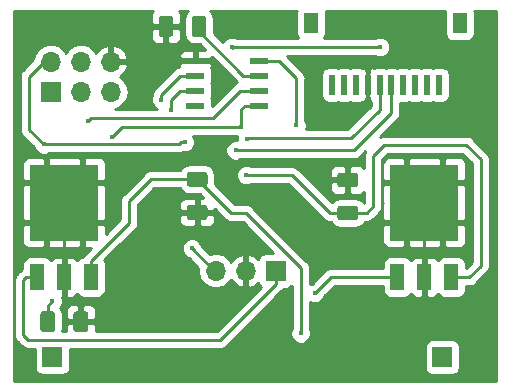
<source format=gbr>
G04 #@! TF.GenerationSoftware,KiCad,Pcbnew,(5.0.2)-1*
G04 #@! TF.CreationDate,2019-02-13T20:53:48-05:00*
G04 #@! TF.ProjectId,megadesk,6d656761-6465-4736-9b2e-6b696361645f,rev?*
G04 #@! TF.SameCoordinates,Original*
G04 #@! TF.FileFunction,Copper,L1,Top*
G04 #@! TF.FilePolarity,Positive*
%FSLAX46Y46*%
G04 Gerber Fmt 4.6, Leading zero omitted, Abs format (unit mm)*
G04 Created by KiCad (PCBNEW (5.0.2)-1) date 2/13/2019 8:53:48 PM*
%MOMM*%
%LPD*%
G01*
G04 APERTURE LIST*
G04 #@! TA.AperFunction,SMDPad,CuDef*
%ADD10R,0.600000X1.700000*%
G04 #@! TD*
G04 #@! TA.AperFunction,SMDPad,CuDef*
%ADD11R,1.200000X1.800000*%
G04 #@! TD*
G04 #@! TA.AperFunction,SMDPad,CuDef*
%ADD12R,1.200000X2.200000*%
G04 #@! TD*
G04 #@! TA.AperFunction,SMDPad,CuDef*
%ADD13R,5.800000X6.400000*%
G04 #@! TD*
G04 #@! TA.AperFunction,Conductor*
%ADD14R,2.750000X3.050000*%
G04 #@! TD*
G04 #@! TA.AperFunction,ComponentPad*
%ADD15R,1.700000X1.700000*%
G04 #@! TD*
G04 #@! TA.AperFunction,ComponentPad*
%ADD16O,1.700000X1.700000*%
G04 #@! TD*
G04 #@! TA.AperFunction,SMDPad,CuDef*
%ADD17R,1.550000X0.600000*%
G04 #@! TD*
G04 #@! TA.AperFunction,Conductor*
%ADD18C,0.100000*%
G04 #@! TD*
G04 #@! TA.AperFunction,SMDPad,CuDef*
%ADD19C,1.250000*%
G04 #@! TD*
G04 #@! TA.AperFunction,ViaPad*
%ADD20C,0.450000*%
G04 #@! TD*
G04 #@! TA.AperFunction,Conductor*
%ADD21C,0.250000*%
G04 #@! TD*
G04 #@! TA.AperFunction,Conductor*
%ADD22C,0.254000*%
G04 #@! TD*
G04 APERTURE END LIST*
D10*
G04 #@! TO.P,J2,1*
G04 #@! TO.N,Net-(J2-Pad1)*
X135400000Y-111550000D03*
G04 #@! TO.P,J2,2*
G04 #@! TO.N,Net-(J2-Pad2)*
X134400000Y-111550000D03*
G04 #@! TO.P,J2,3*
G04 #@! TO.N,Net-(J2-Pad3)*
X133400000Y-111550000D03*
G04 #@! TO.P,J2,4*
G04 #@! TO.N,Net-(J2-Pad4)*
X132400000Y-111550000D03*
G04 #@! TO.P,J2,5*
G04 #@! TO.N,Bup*
X131400000Y-111550000D03*
G04 #@! TO.P,J2,6*
G04 #@! TO.N,Bdown*
X130400000Y-111550000D03*
G04 #@! TO.P,J2,7*
G04 #@! TO.N,GND*
X129400000Y-111550000D03*
G04 #@! TO.P,J2,8*
G04 #@! TO.N,Net-(J2-Pad8)*
X128400000Y-111550000D03*
G04 #@! TO.P,J2,9*
G04 #@! TO.N,Net-(J2-Pad9)*
X127400000Y-111550000D03*
G04 #@! TO.P,J2,10*
G04 #@! TO.N,Net-(J2-Pad10)*
X126400000Y-111550000D03*
D11*
G04 #@! TO.P,J2,0*
G04 #@! TO.N,N/C*
X137200000Y-106300000D03*
X124600000Y-106300000D03*
G04 #@! TD*
D12*
G04 #@! TO.P,U2,1*
G04 #@! TO.N,+24V*
X131895000Y-127825000D03*
G04 #@! TO.P,U2,2*
G04 #@! TO.N,GND*
X134175000Y-127825000D03*
G04 #@! TO.P,U2,3*
G04 #@! TO.N,+5V*
X136455000Y-127825000D03*
D13*
G04 #@! TO.P,U2,2*
G04 #@! TO.N,GND*
X134175000Y-121525000D03*
D14*
G04 #@! TD*
G04 #@! TO.N,GND*
G04 #@! TO.C,U2*
X135700000Y-119850000D03*
G04 #@! TO.N,GND*
G04 #@! TO.C,U2*
X132650000Y-123200000D03*
X132650000Y-119850000D03*
X135700000Y-123200000D03*
G04 #@! TD*
D12*
G04 #@! TO.P,U1,1*
G04 #@! TO.N,+24V*
X101395000Y-127825000D03*
G04 #@! TO.P,U1,2*
G04 #@! TO.N,GND*
X103675000Y-127825000D03*
G04 #@! TO.P,U1,3*
G04 #@! TO.N,+12V*
X105955000Y-127825000D03*
D13*
G04 #@! TO.P,U1,2*
G04 #@! TO.N,GND*
X103675000Y-121525000D03*
D14*
G04 #@! TD*
G04 #@! TO.N,GND*
G04 #@! TO.C,U1*
X105200000Y-119850000D03*
G04 #@! TO.N,GND*
G04 #@! TO.C,U1*
X102150000Y-123200000D03*
X102150000Y-119850000D03*
X105200000Y-123200000D03*
G04 #@! TD*
D15*
G04 #@! TO.P,J1,1*
G04 #@! TO.N,+24V*
X121600000Y-127300000D03*
D16*
G04 #@! TO.P,J1,2*
G04 #@! TO.N,GND*
X119060000Y-127300000D03*
G04 #@! TO.P,J1,3*
G04 #@! TO.N,LINBUS*
X116520000Y-127300000D03*
G04 #@! TD*
D17*
G04 #@! TO.P,U4,1*
G04 #@! TO.N,Net-(R3-Pad2)*
X120200000Y-113305000D03*
G04 #@! TO.P,U4,2*
G04 #@! TO.N,Net-(R4-Pad1)*
X120200000Y-112035000D03*
G04 #@! TO.P,U4,3*
G04 #@! TO.N,Net-(R5-Pad1)*
X120200000Y-110765000D03*
G04 #@! TO.P,U4,4*
G04 #@! TO.N,Net-(U3-Pad12)*
X120200000Y-109495000D03*
G04 #@! TO.P,U4,5*
G04 #@! TO.N,GND*
X114800000Y-109495000D03*
G04 #@! TO.P,U4,6*
G04 #@! TO.N,LINBUS*
X114800000Y-110765000D03*
G04 #@! TO.P,U4,7*
G04 #@! TO.N,Net-(D1-Pad1)*
X114800000Y-112035000D03*
G04 #@! TO.P,U4,8*
G04 #@! TO.N,Net-(U4-Pad8)*
X114800000Y-113305000D03*
G04 #@! TD*
D15*
G04 #@! TO.P,TP2,1*
G04 #@! TO.N,LINBUS*
X102700000Y-134600000D03*
G04 #@! TD*
G04 #@! TO.P,TP1,1*
G04 #@! TO.N,Net-(R3-Pad2)*
X135700000Y-134600000D03*
G04 #@! TD*
G04 #@! TO.P,CON1,1*
G04 #@! TO.N,MISO*
X102560000Y-112140000D03*
D16*
G04 #@! TO.P,CON1,2*
G04 #@! TO.N,+5V*
X102560000Y-109600000D03*
G04 #@! TO.P,CON1,3*
G04 #@! TO.N,SCK*
X105100000Y-112140000D03*
G04 #@! TO.P,CON1,4*
G04 #@! TO.N,MOSI*
X105100000Y-109600000D03*
G04 #@! TO.P,CON1,5*
G04 #@! TO.N,RST*
X107640000Y-112140000D03*
G04 #@! TO.P,CON1,6*
G04 #@! TO.N,GND*
X107640000Y-109600000D03*
G04 #@! TD*
D18*
G04 #@! TO.N,GND*
G04 #@! TO.C,C3*
G36*
X115599504Y-121726204D02*
X115623773Y-121729804D01*
X115647571Y-121735765D01*
X115670671Y-121744030D01*
X115692849Y-121754520D01*
X115713893Y-121767133D01*
X115733598Y-121781747D01*
X115751777Y-121798223D01*
X115768253Y-121816402D01*
X115782867Y-121836107D01*
X115795480Y-121857151D01*
X115805970Y-121879329D01*
X115814235Y-121902429D01*
X115820196Y-121926227D01*
X115823796Y-121950496D01*
X115825000Y-121975000D01*
X115825000Y-122725000D01*
X115823796Y-122749504D01*
X115820196Y-122773773D01*
X115814235Y-122797571D01*
X115805970Y-122820671D01*
X115795480Y-122842849D01*
X115782867Y-122863893D01*
X115768253Y-122883598D01*
X115751777Y-122901777D01*
X115733598Y-122918253D01*
X115713893Y-122932867D01*
X115692849Y-122945480D01*
X115670671Y-122955970D01*
X115647571Y-122964235D01*
X115623773Y-122970196D01*
X115599504Y-122973796D01*
X115575000Y-122975000D01*
X114325000Y-122975000D01*
X114300496Y-122973796D01*
X114276227Y-122970196D01*
X114252429Y-122964235D01*
X114229329Y-122955970D01*
X114207151Y-122945480D01*
X114186107Y-122932867D01*
X114166402Y-122918253D01*
X114148223Y-122901777D01*
X114131747Y-122883598D01*
X114117133Y-122863893D01*
X114104520Y-122842849D01*
X114094030Y-122820671D01*
X114085765Y-122797571D01*
X114079804Y-122773773D01*
X114076204Y-122749504D01*
X114075000Y-122725000D01*
X114075000Y-121975000D01*
X114076204Y-121950496D01*
X114079804Y-121926227D01*
X114085765Y-121902429D01*
X114094030Y-121879329D01*
X114104520Y-121857151D01*
X114117133Y-121836107D01*
X114131747Y-121816402D01*
X114148223Y-121798223D01*
X114166402Y-121781747D01*
X114186107Y-121767133D01*
X114207151Y-121754520D01*
X114229329Y-121744030D01*
X114252429Y-121735765D01*
X114276227Y-121729804D01*
X114300496Y-121726204D01*
X114325000Y-121725000D01*
X115575000Y-121725000D01*
X115599504Y-121726204D01*
X115599504Y-121726204D01*
G37*
D19*
G04 #@! TD*
G04 #@! TO.P,C3,2*
G04 #@! TO.N,GND*
X114950000Y-122350000D03*
D18*
G04 #@! TO.N,+12V*
G04 #@! TO.C,C3*
G36*
X115599504Y-118926204D02*
X115623773Y-118929804D01*
X115647571Y-118935765D01*
X115670671Y-118944030D01*
X115692849Y-118954520D01*
X115713893Y-118967133D01*
X115733598Y-118981747D01*
X115751777Y-118998223D01*
X115768253Y-119016402D01*
X115782867Y-119036107D01*
X115795480Y-119057151D01*
X115805970Y-119079329D01*
X115814235Y-119102429D01*
X115820196Y-119126227D01*
X115823796Y-119150496D01*
X115825000Y-119175000D01*
X115825000Y-119925000D01*
X115823796Y-119949504D01*
X115820196Y-119973773D01*
X115814235Y-119997571D01*
X115805970Y-120020671D01*
X115795480Y-120042849D01*
X115782867Y-120063893D01*
X115768253Y-120083598D01*
X115751777Y-120101777D01*
X115733598Y-120118253D01*
X115713893Y-120132867D01*
X115692849Y-120145480D01*
X115670671Y-120155970D01*
X115647571Y-120164235D01*
X115623773Y-120170196D01*
X115599504Y-120173796D01*
X115575000Y-120175000D01*
X114325000Y-120175000D01*
X114300496Y-120173796D01*
X114276227Y-120170196D01*
X114252429Y-120164235D01*
X114229329Y-120155970D01*
X114207151Y-120145480D01*
X114186107Y-120132867D01*
X114166402Y-120118253D01*
X114148223Y-120101777D01*
X114131747Y-120083598D01*
X114117133Y-120063893D01*
X114104520Y-120042849D01*
X114094030Y-120020671D01*
X114085765Y-119997571D01*
X114079804Y-119973773D01*
X114076204Y-119949504D01*
X114075000Y-119925000D01*
X114075000Y-119175000D01*
X114076204Y-119150496D01*
X114079804Y-119126227D01*
X114085765Y-119102429D01*
X114094030Y-119079329D01*
X114104520Y-119057151D01*
X114117133Y-119036107D01*
X114131747Y-119016402D01*
X114148223Y-118998223D01*
X114166402Y-118981747D01*
X114186107Y-118967133D01*
X114207151Y-118954520D01*
X114229329Y-118944030D01*
X114252429Y-118935765D01*
X114276227Y-118929804D01*
X114300496Y-118926204D01*
X114325000Y-118925000D01*
X115575000Y-118925000D01*
X115599504Y-118926204D01*
X115599504Y-118926204D01*
G37*
D19*
G04 #@! TD*
G04 #@! TO.P,C3,1*
G04 #@! TO.N,+12V*
X114950000Y-119550000D03*
D18*
G04 #@! TO.N,GND*
G04 #@! TO.C,C4*
G36*
X105499504Y-130726204D02*
X105523773Y-130729804D01*
X105547571Y-130735765D01*
X105570671Y-130744030D01*
X105592849Y-130754520D01*
X105613893Y-130767133D01*
X105633598Y-130781747D01*
X105651777Y-130798223D01*
X105668253Y-130816402D01*
X105682867Y-130836107D01*
X105695480Y-130857151D01*
X105705970Y-130879329D01*
X105714235Y-130902429D01*
X105720196Y-130926227D01*
X105723796Y-130950496D01*
X105725000Y-130975000D01*
X105725000Y-132225000D01*
X105723796Y-132249504D01*
X105720196Y-132273773D01*
X105714235Y-132297571D01*
X105705970Y-132320671D01*
X105695480Y-132342849D01*
X105682867Y-132363893D01*
X105668253Y-132383598D01*
X105651777Y-132401777D01*
X105633598Y-132418253D01*
X105613893Y-132432867D01*
X105592849Y-132445480D01*
X105570671Y-132455970D01*
X105547571Y-132464235D01*
X105523773Y-132470196D01*
X105499504Y-132473796D01*
X105475000Y-132475000D01*
X104725000Y-132475000D01*
X104700496Y-132473796D01*
X104676227Y-132470196D01*
X104652429Y-132464235D01*
X104629329Y-132455970D01*
X104607151Y-132445480D01*
X104586107Y-132432867D01*
X104566402Y-132418253D01*
X104548223Y-132401777D01*
X104531747Y-132383598D01*
X104517133Y-132363893D01*
X104504520Y-132342849D01*
X104494030Y-132320671D01*
X104485765Y-132297571D01*
X104479804Y-132273773D01*
X104476204Y-132249504D01*
X104475000Y-132225000D01*
X104475000Y-130975000D01*
X104476204Y-130950496D01*
X104479804Y-130926227D01*
X104485765Y-130902429D01*
X104494030Y-130879329D01*
X104504520Y-130857151D01*
X104517133Y-130836107D01*
X104531747Y-130816402D01*
X104548223Y-130798223D01*
X104566402Y-130781747D01*
X104586107Y-130767133D01*
X104607151Y-130754520D01*
X104629329Y-130744030D01*
X104652429Y-130735765D01*
X104676227Y-130729804D01*
X104700496Y-130726204D01*
X104725000Y-130725000D01*
X105475000Y-130725000D01*
X105499504Y-130726204D01*
X105499504Y-130726204D01*
G37*
D19*
G04 #@! TD*
G04 #@! TO.P,C4,2*
G04 #@! TO.N,GND*
X105100000Y-131600000D03*
D18*
G04 #@! TO.N,+5V*
G04 #@! TO.C,C4*
G36*
X102699504Y-130726204D02*
X102723773Y-130729804D01*
X102747571Y-130735765D01*
X102770671Y-130744030D01*
X102792849Y-130754520D01*
X102813893Y-130767133D01*
X102833598Y-130781747D01*
X102851777Y-130798223D01*
X102868253Y-130816402D01*
X102882867Y-130836107D01*
X102895480Y-130857151D01*
X102905970Y-130879329D01*
X102914235Y-130902429D01*
X102920196Y-130926227D01*
X102923796Y-130950496D01*
X102925000Y-130975000D01*
X102925000Y-132225000D01*
X102923796Y-132249504D01*
X102920196Y-132273773D01*
X102914235Y-132297571D01*
X102905970Y-132320671D01*
X102895480Y-132342849D01*
X102882867Y-132363893D01*
X102868253Y-132383598D01*
X102851777Y-132401777D01*
X102833598Y-132418253D01*
X102813893Y-132432867D01*
X102792849Y-132445480D01*
X102770671Y-132455970D01*
X102747571Y-132464235D01*
X102723773Y-132470196D01*
X102699504Y-132473796D01*
X102675000Y-132475000D01*
X101925000Y-132475000D01*
X101900496Y-132473796D01*
X101876227Y-132470196D01*
X101852429Y-132464235D01*
X101829329Y-132455970D01*
X101807151Y-132445480D01*
X101786107Y-132432867D01*
X101766402Y-132418253D01*
X101748223Y-132401777D01*
X101731747Y-132383598D01*
X101717133Y-132363893D01*
X101704520Y-132342849D01*
X101694030Y-132320671D01*
X101685765Y-132297571D01*
X101679804Y-132273773D01*
X101676204Y-132249504D01*
X101675000Y-132225000D01*
X101675000Y-130975000D01*
X101676204Y-130950496D01*
X101679804Y-130926227D01*
X101685765Y-130902429D01*
X101694030Y-130879329D01*
X101704520Y-130857151D01*
X101717133Y-130836107D01*
X101731747Y-130816402D01*
X101748223Y-130798223D01*
X101766402Y-130781747D01*
X101786107Y-130767133D01*
X101807151Y-130754520D01*
X101829329Y-130744030D01*
X101852429Y-130735765D01*
X101876227Y-130729804D01*
X101900496Y-130726204D01*
X101925000Y-130725000D01*
X102675000Y-130725000D01*
X102699504Y-130726204D01*
X102699504Y-130726204D01*
G37*
D19*
G04 #@! TD*
G04 #@! TO.P,C4,1*
G04 #@! TO.N,+5V*
X102300000Y-131600000D03*
D18*
G04 #@! TO.N,GND*
G04 #@! TO.C,C5*
G36*
X128349504Y-118976204D02*
X128373773Y-118979804D01*
X128397571Y-118985765D01*
X128420671Y-118994030D01*
X128442849Y-119004520D01*
X128463893Y-119017133D01*
X128483598Y-119031747D01*
X128501777Y-119048223D01*
X128518253Y-119066402D01*
X128532867Y-119086107D01*
X128545480Y-119107151D01*
X128555970Y-119129329D01*
X128564235Y-119152429D01*
X128570196Y-119176227D01*
X128573796Y-119200496D01*
X128575000Y-119225000D01*
X128575000Y-119975000D01*
X128573796Y-119999504D01*
X128570196Y-120023773D01*
X128564235Y-120047571D01*
X128555970Y-120070671D01*
X128545480Y-120092849D01*
X128532867Y-120113893D01*
X128518253Y-120133598D01*
X128501777Y-120151777D01*
X128483598Y-120168253D01*
X128463893Y-120182867D01*
X128442849Y-120195480D01*
X128420671Y-120205970D01*
X128397571Y-120214235D01*
X128373773Y-120220196D01*
X128349504Y-120223796D01*
X128325000Y-120225000D01*
X127075000Y-120225000D01*
X127050496Y-120223796D01*
X127026227Y-120220196D01*
X127002429Y-120214235D01*
X126979329Y-120205970D01*
X126957151Y-120195480D01*
X126936107Y-120182867D01*
X126916402Y-120168253D01*
X126898223Y-120151777D01*
X126881747Y-120133598D01*
X126867133Y-120113893D01*
X126854520Y-120092849D01*
X126844030Y-120070671D01*
X126835765Y-120047571D01*
X126829804Y-120023773D01*
X126826204Y-119999504D01*
X126825000Y-119975000D01*
X126825000Y-119225000D01*
X126826204Y-119200496D01*
X126829804Y-119176227D01*
X126835765Y-119152429D01*
X126844030Y-119129329D01*
X126854520Y-119107151D01*
X126867133Y-119086107D01*
X126881747Y-119066402D01*
X126898223Y-119048223D01*
X126916402Y-119031747D01*
X126936107Y-119017133D01*
X126957151Y-119004520D01*
X126979329Y-118994030D01*
X127002429Y-118985765D01*
X127026227Y-118979804D01*
X127050496Y-118976204D01*
X127075000Y-118975000D01*
X128325000Y-118975000D01*
X128349504Y-118976204D01*
X128349504Y-118976204D01*
G37*
D19*
G04 #@! TD*
G04 #@! TO.P,C5,2*
G04 #@! TO.N,GND*
X127700000Y-119600000D03*
D18*
G04 #@! TO.N,+5V*
G04 #@! TO.C,C5*
G36*
X128349504Y-121776204D02*
X128373773Y-121779804D01*
X128397571Y-121785765D01*
X128420671Y-121794030D01*
X128442849Y-121804520D01*
X128463893Y-121817133D01*
X128483598Y-121831747D01*
X128501777Y-121848223D01*
X128518253Y-121866402D01*
X128532867Y-121886107D01*
X128545480Y-121907151D01*
X128555970Y-121929329D01*
X128564235Y-121952429D01*
X128570196Y-121976227D01*
X128573796Y-122000496D01*
X128575000Y-122025000D01*
X128575000Y-122775000D01*
X128573796Y-122799504D01*
X128570196Y-122823773D01*
X128564235Y-122847571D01*
X128555970Y-122870671D01*
X128545480Y-122892849D01*
X128532867Y-122913893D01*
X128518253Y-122933598D01*
X128501777Y-122951777D01*
X128483598Y-122968253D01*
X128463893Y-122982867D01*
X128442849Y-122995480D01*
X128420671Y-123005970D01*
X128397571Y-123014235D01*
X128373773Y-123020196D01*
X128349504Y-123023796D01*
X128325000Y-123025000D01*
X127075000Y-123025000D01*
X127050496Y-123023796D01*
X127026227Y-123020196D01*
X127002429Y-123014235D01*
X126979329Y-123005970D01*
X126957151Y-122995480D01*
X126936107Y-122982867D01*
X126916402Y-122968253D01*
X126898223Y-122951777D01*
X126881747Y-122933598D01*
X126867133Y-122913893D01*
X126854520Y-122892849D01*
X126844030Y-122870671D01*
X126835765Y-122847571D01*
X126829804Y-122823773D01*
X126826204Y-122799504D01*
X126825000Y-122775000D01*
X126825000Y-122025000D01*
X126826204Y-122000496D01*
X126829804Y-121976227D01*
X126835765Y-121952429D01*
X126844030Y-121929329D01*
X126854520Y-121907151D01*
X126867133Y-121886107D01*
X126881747Y-121866402D01*
X126898223Y-121848223D01*
X126916402Y-121831747D01*
X126936107Y-121817133D01*
X126957151Y-121804520D01*
X126979329Y-121794030D01*
X127002429Y-121785765D01*
X127026227Y-121779804D01*
X127050496Y-121776204D01*
X127075000Y-121775000D01*
X128325000Y-121775000D01*
X128349504Y-121776204D01*
X128349504Y-121776204D01*
G37*
D19*
G04 #@! TD*
G04 #@! TO.P,C5,1*
G04 #@! TO.N,+5V*
X127700000Y-122400000D03*
D18*
G04 #@! TO.N,GND*
G04 #@! TO.C,R5*
G36*
X112699504Y-105726204D02*
X112723773Y-105729804D01*
X112747571Y-105735765D01*
X112770671Y-105744030D01*
X112792849Y-105754520D01*
X112813893Y-105767133D01*
X112833598Y-105781747D01*
X112851777Y-105798223D01*
X112868253Y-105816402D01*
X112882867Y-105836107D01*
X112895480Y-105857151D01*
X112905970Y-105879329D01*
X112914235Y-105902429D01*
X112920196Y-105926227D01*
X112923796Y-105950496D01*
X112925000Y-105975000D01*
X112925000Y-107225000D01*
X112923796Y-107249504D01*
X112920196Y-107273773D01*
X112914235Y-107297571D01*
X112905970Y-107320671D01*
X112895480Y-107342849D01*
X112882867Y-107363893D01*
X112868253Y-107383598D01*
X112851777Y-107401777D01*
X112833598Y-107418253D01*
X112813893Y-107432867D01*
X112792849Y-107445480D01*
X112770671Y-107455970D01*
X112747571Y-107464235D01*
X112723773Y-107470196D01*
X112699504Y-107473796D01*
X112675000Y-107475000D01*
X111925000Y-107475000D01*
X111900496Y-107473796D01*
X111876227Y-107470196D01*
X111852429Y-107464235D01*
X111829329Y-107455970D01*
X111807151Y-107445480D01*
X111786107Y-107432867D01*
X111766402Y-107418253D01*
X111748223Y-107401777D01*
X111731747Y-107383598D01*
X111717133Y-107363893D01*
X111704520Y-107342849D01*
X111694030Y-107320671D01*
X111685765Y-107297571D01*
X111679804Y-107273773D01*
X111676204Y-107249504D01*
X111675000Y-107225000D01*
X111675000Y-105975000D01*
X111676204Y-105950496D01*
X111679804Y-105926227D01*
X111685765Y-105902429D01*
X111694030Y-105879329D01*
X111704520Y-105857151D01*
X111717133Y-105836107D01*
X111731747Y-105816402D01*
X111748223Y-105798223D01*
X111766402Y-105781747D01*
X111786107Y-105767133D01*
X111807151Y-105754520D01*
X111829329Y-105744030D01*
X111852429Y-105735765D01*
X111876227Y-105729804D01*
X111900496Y-105726204D01*
X111925000Y-105725000D01*
X112675000Y-105725000D01*
X112699504Y-105726204D01*
X112699504Y-105726204D01*
G37*
D19*
G04 #@! TD*
G04 #@! TO.P,R5,2*
G04 #@! TO.N,GND*
X112300000Y-106600000D03*
D18*
G04 #@! TO.N,Net-(R5-Pad1)*
G04 #@! TO.C,R5*
G36*
X115499504Y-105726204D02*
X115523773Y-105729804D01*
X115547571Y-105735765D01*
X115570671Y-105744030D01*
X115592849Y-105754520D01*
X115613893Y-105767133D01*
X115633598Y-105781747D01*
X115651777Y-105798223D01*
X115668253Y-105816402D01*
X115682867Y-105836107D01*
X115695480Y-105857151D01*
X115705970Y-105879329D01*
X115714235Y-105902429D01*
X115720196Y-105926227D01*
X115723796Y-105950496D01*
X115725000Y-105975000D01*
X115725000Y-107225000D01*
X115723796Y-107249504D01*
X115720196Y-107273773D01*
X115714235Y-107297571D01*
X115705970Y-107320671D01*
X115695480Y-107342849D01*
X115682867Y-107363893D01*
X115668253Y-107383598D01*
X115651777Y-107401777D01*
X115633598Y-107418253D01*
X115613893Y-107432867D01*
X115592849Y-107445480D01*
X115570671Y-107455970D01*
X115547571Y-107464235D01*
X115523773Y-107470196D01*
X115499504Y-107473796D01*
X115475000Y-107475000D01*
X114725000Y-107475000D01*
X114700496Y-107473796D01*
X114676227Y-107470196D01*
X114652429Y-107464235D01*
X114629329Y-107455970D01*
X114607151Y-107445480D01*
X114586107Y-107432867D01*
X114566402Y-107418253D01*
X114548223Y-107401777D01*
X114531747Y-107383598D01*
X114517133Y-107363893D01*
X114504520Y-107342849D01*
X114494030Y-107320671D01*
X114485765Y-107297571D01*
X114479804Y-107273773D01*
X114476204Y-107249504D01*
X114475000Y-107225000D01*
X114475000Y-105975000D01*
X114476204Y-105950496D01*
X114479804Y-105926227D01*
X114485765Y-105902429D01*
X114494030Y-105879329D01*
X114504520Y-105857151D01*
X114517133Y-105836107D01*
X114531747Y-105816402D01*
X114548223Y-105798223D01*
X114566402Y-105781747D01*
X114586107Y-105767133D01*
X114607151Y-105754520D01*
X114629329Y-105744030D01*
X114652429Y-105735765D01*
X114676227Y-105729804D01*
X114700496Y-105726204D01*
X114725000Y-105725000D01*
X115475000Y-105725000D01*
X115499504Y-105726204D01*
X115499504Y-105726204D01*
G37*
D19*
G04 #@! TD*
G04 #@! TO.P,R5,1*
G04 #@! TO.N,Net-(R5-Pad1)*
X115100000Y-106600000D03*
D20*
G04 #@! TO.N,+5V*
X113900000Y-116400000D03*
X119100000Y-119200000D03*
X102700000Y-129850000D03*
X101950000Y-116600000D03*
G04 #@! TO.N,GND*
X118200000Y-111350000D03*
X122450000Y-105850000D03*
G04 #@! TO.N,+12V*
X123700000Y-132600000D03*
G04 #@! TO.N,LINBUS*
X111900000Y-112800000D03*
X114500000Y-125400000D03*
G04 #@! TO.N,+24V*
X124900000Y-129200000D03*
G04 #@! TO.N,Net-(U3-Pad12)*
X123352840Y-114990696D03*
G04 #@! TO.N,Net-(D1-Pad1)*
X112700000Y-113669537D03*
G04 #@! TO.N,Net-(R3-Pad2)*
X118700000Y-115100000D03*
X107700000Y-115999990D03*
G04 #@! TO.N,Net-(R4-Pad1)*
X105700000Y-114600000D03*
G04 #@! TO.N,Bup*
X118200000Y-117100000D03*
G04 #@! TO.N,Bdown*
X119200000Y-116100000D03*
G04 #@! TO.N,Net-(BZ1-Pad1)*
X117875000Y-108350000D03*
X130450000Y-108350000D03*
G04 #@! TD*
D21*
G04 #@! TO.N,+5V*
X102300000Y-131600000D02*
X102300000Y-130250000D01*
X102300000Y-130250000D02*
X102700000Y-129850000D01*
X122974972Y-119200000D02*
X119100000Y-119200000D01*
X126174972Y-122400000D02*
X122974972Y-119200000D01*
X129867147Y-121820933D02*
X129288080Y-122400000D01*
X129867147Y-117538067D02*
X129867147Y-121820933D01*
X137975000Y-127825000D02*
X138950000Y-126850000D01*
X136455000Y-127825000D02*
X137975000Y-127825000D01*
X129288080Y-122400000D02*
X126174972Y-122400000D01*
X138950000Y-126850000D02*
X138950000Y-117850000D01*
X138950000Y-117850000D02*
X137725741Y-116625741D01*
X137725741Y-116625741D02*
X130779473Y-116625741D01*
X130779473Y-116625741D02*
X129867147Y-117538067D01*
X113581802Y-116400000D02*
X113381802Y-116600000D01*
X113900000Y-116400000D02*
X113581802Y-116400000D01*
X113381802Y-116600000D02*
X101950000Y-116600000D01*
X100700000Y-115350000D02*
X101950000Y-116600000D01*
X100700000Y-110850000D02*
X100700000Y-115350000D01*
X102560000Y-109600000D02*
X101950000Y-109600000D01*
X101950000Y-109600000D02*
X100700000Y-110850000D01*
G04 #@! TO.N,GND*
X103675000Y-121525000D02*
X103675000Y-127825000D01*
X134175000Y-121525000D02*
X134175000Y-127825000D01*
G04 #@! TO.N,+12V*
X123700000Y-127024998D02*
X123700000Y-132600000D01*
X119110001Y-122434999D02*
X123700000Y-127024998D01*
X114950000Y-119550000D02*
X117834999Y-122434999D01*
X117834999Y-122434999D02*
X119110001Y-122434999D01*
X105955000Y-126475000D02*
X105955000Y-127825000D01*
X109200000Y-123230000D02*
X105955000Y-126475000D01*
X109200000Y-121350000D02*
X109200000Y-123230000D01*
X114950000Y-119550000D02*
X111000000Y-119550000D01*
X111000000Y-119550000D02*
X109200000Y-121350000D01*
G04 #@! TO.N,LINBUS*
X116520000Y-127300000D02*
X116400000Y-127300000D01*
X116400000Y-127300000D02*
X114500000Y-125400000D01*
X113535000Y-110765000D02*
X114800000Y-110765000D01*
X111900000Y-112800000D02*
X111900000Y-112400000D01*
X111900000Y-112400000D02*
X113535000Y-110765000D01*
G04 #@! TO.N,+24V*
X121600000Y-127300000D02*
X121600000Y-128450000D01*
X121600000Y-128450000D02*
X116909369Y-133140631D01*
X116909369Y-133140631D02*
X100630629Y-133140631D01*
X100630629Y-133140631D02*
X100237793Y-132747795D01*
X100237793Y-132747795D02*
X100237793Y-128082207D01*
X100237793Y-128082207D02*
X100495000Y-127825000D01*
X100495000Y-127825000D02*
X101395000Y-127825000D01*
X124900000Y-129200000D02*
X126275000Y-127825000D01*
X126275000Y-127825000D02*
X131895000Y-127825000D01*
X131525000Y-127825000D02*
X131895000Y-127825000D01*
G04 #@! TO.N,Net-(U3-Pad12)*
X123352840Y-111002840D02*
X123352840Y-114990696D01*
X120200000Y-109495000D02*
X121845000Y-109495000D01*
X121845000Y-109495000D02*
X123352840Y-111002840D01*
G04 #@! TO.N,Net-(R5-Pad1)*
X114700000Y-106780498D02*
X114700000Y-106600000D01*
X115100000Y-107000000D02*
X115100000Y-106600000D01*
X120200000Y-110765000D02*
X118865000Y-110765000D01*
X118865000Y-110765000D02*
X115100000Y-107000000D01*
G04 #@! TO.N,Net-(D1-Pad1)*
X112700000Y-112850000D02*
X112700000Y-113669537D01*
X114800000Y-112035000D02*
X113515000Y-112035000D01*
X113515000Y-112035000D02*
X112700000Y-112850000D01*
G04 #@! TO.N,Net-(R3-Pad2)*
X118700000Y-113600000D02*
X118995000Y-113305000D01*
X118995000Y-113305000D02*
X120200000Y-113305000D01*
X118700000Y-115100000D02*
X118700000Y-113600000D01*
X118700000Y-115100000D02*
X108599990Y-115100000D01*
X108599990Y-115100000D02*
X107700000Y-115999990D01*
G04 #@! TO.N,Net-(R4-Pad1)*
X120200000Y-112035000D02*
X118593542Y-112035000D01*
X118593542Y-112035000D02*
X116283995Y-114344547D01*
X116283995Y-114344547D02*
X105955453Y-114344547D01*
X105955453Y-114344547D02*
X105700000Y-114600000D01*
G04 #@! TO.N,Bup*
X128200000Y-117100000D02*
X118200000Y-117100000D01*
X131400000Y-111550000D02*
X131400000Y-113900000D01*
X131400000Y-113900000D02*
X128200000Y-117100000D01*
G04 #@! TO.N,Bdown*
X119212069Y-116087931D02*
X119200000Y-116100000D01*
X127962069Y-116087931D02*
X119212069Y-116087931D01*
X130400000Y-111550000D02*
X130400000Y-113650000D01*
X130400000Y-113650000D02*
X127962069Y-116087931D01*
G04 #@! TO.N,Net-(BZ1-Pad1)*
X117950000Y-108425000D02*
X117875000Y-108350000D01*
X117875000Y-108350000D02*
X130450000Y-108350000D01*
G04 #@! TD*
D22*
G04 #@! TO.N,GND*
G36*
X111136673Y-105365301D02*
X111040000Y-105598690D01*
X111040000Y-106314250D01*
X111198750Y-106473000D01*
X112173000Y-106473000D01*
X112173000Y-106453000D01*
X112427000Y-106453000D01*
X112427000Y-106473000D01*
X113401250Y-106473000D01*
X113560000Y-106314250D01*
X113560000Y-105598690D01*
X113463327Y-105365301D01*
X113408026Y-105310000D01*
X114135932Y-105310000D01*
X114090414Y-105340414D01*
X113895874Y-105631565D01*
X113827560Y-105975000D01*
X113827560Y-107225000D01*
X113895874Y-107568435D01*
X114090414Y-107859586D01*
X114381565Y-108054126D01*
X114725000Y-108122440D01*
X115147639Y-108122440D01*
X115585199Y-108560000D01*
X115085750Y-108560000D01*
X114927000Y-108718750D01*
X114927000Y-109368000D01*
X116051250Y-109368000D01*
X116210000Y-109209250D01*
X116210000Y-109184801D01*
X118274671Y-111249473D01*
X118317071Y-111312929D01*
X118319580Y-111314605D01*
X118297004Y-111319096D01*
X118179023Y-111397929D01*
X118045613Y-111487071D01*
X118003213Y-111550527D01*
X116222440Y-113331301D01*
X116222440Y-113005000D01*
X116173157Y-112757235D01*
X116114868Y-112670000D01*
X116173157Y-112582765D01*
X116222440Y-112335000D01*
X116222440Y-111735000D01*
X116173157Y-111487235D01*
X116114868Y-111400000D01*
X116173157Y-111312765D01*
X116222440Y-111065000D01*
X116222440Y-110465000D01*
X116173157Y-110217235D01*
X116120232Y-110138028D01*
X116210000Y-109921310D01*
X116210000Y-109780750D01*
X116051250Y-109622000D01*
X114927000Y-109622000D01*
X114927000Y-109642000D01*
X114673000Y-109642000D01*
X114673000Y-109622000D01*
X113548750Y-109622000D01*
X113390000Y-109780750D01*
X113390000Y-109921310D01*
X113427367Y-110011521D01*
X113238463Y-110049096D01*
X112987071Y-110217071D01*
X112944671Y-110280527D01*
X111415529Y-111809670D01*
X111352071Y-111852071D01*
X111184096Y-112103463D01*
X111140000Y-112325148D01*
X111140000Y-112325153D01*
X111125112Y-112400000D01*
X111128264Y-112415848D01*
X111040000Y-112628935D01*
X111040000Y-112971065D01*
X111170928Y-113287151D01*
X111412849Y-113529072D01*
X111546777Y-113584547D01*
X107989628Y-113584547D01*
X108219418Y-113538839D01*
X108710625Y-113210625D01*
X109038839Y-112719418D01*
X109154092Y-112140000D01*
X109038839Y-111560582D01*
X108710625Y-111069375D01*
X108410214Y-110868647D01*
X108835183Y-110481358D01*
X109081486Y-109956892D01*
X108960819Y-109727000D01*
X107767000Y-109727000D01*
X107767000Y-109747000D01*
X107513000Y-109747000D01*
X107513000Y-109727000D01*
X107493000Y-109727000D01*
X107493000Y-109473000D01*
X107513000Y-109473000D01*
X107513000Y-108279845D01*
X107767000Y-108279845D01*
X107767000Y-109473000D01*
X108960819Y-109473000D01*
X109081486Y-109243108D01*
X108999575Y-109068690D01*
X113390000Y-109068690D01*
X113390000Y-109209250D01*
X113548750Y-109368000D01*
X114673000Y-109368000D01*
X114673000Y-108718750D01*
X114514250Y-108560000D01*
X113898691Y-108560000D01*
X113665302Y-108656673D01*
X113486673Y-108835301D01*
X113390000Y-109068690D01*
X108999575Y-109068690D01*
X108835183Y-108718642D01*
X108406924Y-108328355D01*
X107996890Y-108158524D01*
X107767000Y-108279845D01*
X107513000Y-108279845D01*
X107283110Y-108158524D01*
X106873076Y-108328355D01*
X106444817Y-108718642D01*
X106383843Y-108848478D01*
X106170625Y-108529375D01*
X105679418Y-108201161D01*
X105246256Y-108115000D01*
X104953744Y-108115000D01*
X104520582Y-108201161D01*
X104029375Y-108529375D01*
X103830000Y-108827761D01*
X103630625Y-108529375D01*
X103139418Y-108201161D01*
X102706256Y-108115000D01*
X102413744Y-108115000D01*
X101980582Y-108201161D01*
X101489375Y-108529375D01*
X101161161Y-109020582D01*
X101088296Y-109386903D01*
X100215530Y-110259669D01*
X100152071Y-110302071D01*
X99984096Y-110553464D01*
X99940000Y-110775149D01*
X99940000Y-110775153D01*
X99925112Y-110850000D01*
X99940000Y-110924847D01*
X99940001Y-115275148D01*
X99925112Y-115350000D01*
X99984097Y-115646537D01*
X100097265Y-115815904D01*
X100152072Y-115897929D01*
X100215528Y-115940329D01*
X101120927Y-116845729D01*
X101220928Y-117087151D01*
X101462849Y-117329072D01*
X101778935Y-117460000D01*
X102121065Y-117460000D01*
X102362485Y-117360000D01*
X113306955Y-117360000D01*
X113381802Y-117374888D01*
X113456649Y-117360000D01*
X113456654Y-117360000D01*
X113678339Y-117315904D01*
X113762005Y-117260000D01*
X114071065Y-117260000D01*
X114387151Y-117129072D01*
X114629072Y-116887151D01*
X114760000Y-116571065D01*
X114760000Y-116228935D01*
X114629072Y-115912849D01*
X114576223Y-115860000D01*
X118287515Y-115860000D01*
X118356686Y-115888652D01*
X118340000Y-115928935D01*
X118340000Y-116240000D01*
X118028935Y-116240000D01*
X117712849Y-116370928D01*
X117470928Y-116612849D01*
X117340000Y-116928935D01*
X117340000Y-117271065D01*
X117470928Y-117587151D01*
X117712849Y-117829072D01*
X118028935Y-117960000D01*
X118371065Y-117960000D01*
X118612485Y-117860000D01*
X128125153Y-117860000D01*
X128200000Y-117874888D01*
X128274847Y-117860000D01*
X128274852Y-117860000D01*
X128496537Y-117815904D01*
X128747929Y-117647929D01*
X128790331Y-117584470D01*
X129187434Y-117187368D01*
X129151243Y-117241531D01*
X129107147Y-117463216D01*
X129107147Y-117463220D01*
X129092259Y-117538067D01*
X129107147Y-117612914D01*
X129107147Y-118609122D01*
X128934699Y-118436673D01*
X128701310Y-118340000D01*
X127985750Y-118340000D01*
X127827000Y-118498750D01*
X127827000Y-119473000D01*
X127847000Y-119473000D01*
X127847000Y-119727000D01*
X127827000Y-119727000D01*
X127827000Y-120701250D01*
X127985750Y-120860000D01*
X128701310Y-120860000D01*
X128934699Y-120763327D01*
X129107148Y-120590877D01*
X129107148Y-121506130D01*
X129065040Y-121548238D01*
X128959586Y-121390414D01*
X128668435Y-121195874D01*
X128325000Y-121127560D01*
X127075000Y-121127560D01*
X126731565Y-121195874D01*
X126440414Y-121390414D01*
X126360215Y-121510440D01*
X124735524Y-119885750D01*
X126190000Y-119885750D01*
X126190000Y-120351309D01*
X126286673Y-120584698D01*
X126465301Y-120763327D01*
X126698690Y-120860000D01*
X127414250Y-120860000D01*
X127573000Y-120701250D01*
X127573000Y-119727000D01*
X126348750Y-119727000D01*
X126190000Y-119885750D01*
X124735524Y-119885750D01*
X123698465Y-118848691D01*
X126190000Y-118848691D01*
X126190000Y-119314250D01*
X126348750Y-119473000D01*
X127573000Y-119473000D01*
X127573000Y-118498750D01*
X127414250Y-118340000D01*
X126698690Y-118340000D01*
X126465301Y-118436673D01*
X126286673Y-118615302D01*
X126190000Y-118848691D01*
X123698465Y-118848691D01*
X123565303Y-118715530D01*
X123522901Y-118652071D01*
X123271509Y-118484096D01*
X123049824Y-118440000D01*
X123049819Y-118440000D01*
X122974972Y-118425112D01*
X122900125Y-118440000D01*
X119512485Y-118440000D01*
X119271065Y-118340000D01*
X118928935Y-118340000D01*
X118612849Y-118470928D01*
X118370928Y-118712849D01*
X118240000Y-119028935D01*
X118240000Y-119371065D01*
X118370928Y-119687151D01*
X118612849Y-119929072D01*
X118928935Y-120060000D01*
X119271065Y-120060000D01*
X119512485Y-119960000D01*
X122660171Y-119960000D01*
X125584645Y-122884476D01*
X125627043Y-122947929D01*
X125690496Y-122990327D01*
X125690498Y-122990329D01*
X125814225Y-123073000D01*
X125878435Y-123115904D01*
X126100120Y-123160000D01*
X126100124Y-123160000D01*
X126174971Y-123174888D01*
X126249818Y-123160000D01*
X126273647Y-123160000D01*
X126440414Y-123409586D01*
X126731565Y-123604126D01*
X127075000Y-123672440D01*
X128325000Y-123672440D01*
X128668435Y-123604126D01*
X128845598Y-123485750D01*
X130640000Y-123485750D01*
X130640000Y-124851309D01*
X130736673Y-125084698D01*
X130915301Y-125263327D01*
X131148690Y-125360000D01*
X132364250Y-125360000D01*
X132523000Y-125201250D01*
X132523000Y-123327000D01*
X132777000Y-123327000D01*
X132777000Y-125201250D01*
X132935750Y-125360000D01*
X134151310Y-125360000D01*
X134175000Y-125350187D01*
X134198690Y-125360000D01*
X135414250Y-125360000D01*
X135573000Y-125201250D01*
X135573000Y-123327000D01*
X135827000Y-123327000D01*
X135827000Y-125201250D01*
X135985750Y-125360000D01*
X137201310Y-125360000D01*
X137434699Y-125263327D01*
X137613327Y-125084698D01*
X137710000Y-124851309D01*
X137710000Y-123485750D01*
X137551250Y-123327000D01*
X135827000Y-123327000D01*
X135573000Y-123327000D01*
X132777000Y-123327000D01*
X132523000Y-123327000D01*
X130798750Y-123327000D01*
X130640000Y-123485750D01*
X128845598Y-123485750D01*
X128959586Y-123409586D01*
X129126353Y-123160000D01*
X129213233Y-123160000D01*
X129288080Y-123174888D01*
X129362927Y-123160000D01*
X129362932Y-123160000D01*
X129584617Y-123115904D01*
X129836009Y-122947929D01*
X129878410Y-122884471D01*
X130351622Y-122411261D01*
X130415076Y-122368862D01*
X130457474Y-122305409D01*
X130457476Y-122305407D01*
X130541249Y-122180031D01*
X130583051Y-122117470D01*
X130627147Y-121895785D01*
X130627147Y-121895781D01*
X130640000Y-121831165D01*
X130640000Y-122914250D01*
X130798750Y-123073000D01*
X132523000Y-123073000D01*
X132523000Y-119977000D01*
X132777000Y-119977000D01*
X132777000Y-123073000D01*
X135573000Y-123073000D01*
X135573000Y-119977000D01*
X135827000Y-119977000D01*
X135827000Y-123073000D01*
X137551250Y-123073000D01*
X137710000Y-122914250D01*
X137710000Y-121548691D01*
X137700187Y-121525000D01*
X137710000Y-121501309D01*
X137710000Y-120135750D01*
X137551250Y-119977000D01*
X135827000Y-119977000D01*
X135573000Y-119977000D01*
X132777000Y-119977000D01*
X132523000Y-119977000D01*
X130798750Y-119977000D01*
X130640000Y-120135750D01*
X130640000Y-121501309D01*
X130649813Y-121525000D01*
X130640000Y-121548691D01*
X130640000Y-121810703D01*
X130627147Y-121746087D01*
X130627147Y-118198691D01*
X130640000Y-118198691D01*
X130640000Y-119564250D01*
X130798750Y-119723000D01*
X132523000Y-119723000D01*
X132523000Y-117848750D01*
X132777000Y-117848750D01*
X132777000Y-119723000D01*
X135573000Y-119723000D01*
X135573000Y-117848750D01*
X135827000Y-117848750D01*
X135827000Y-119723000D01*
X137551250Y-119723000D01*
X137710000Y-119564250D01*
X137710000Y-118198691D01*
X137613327Y-117965302D01*
X137434699Y-117786673D01*
X137201310Y-117690000D01*
X135985750Y-117690000D01*
X135827000Y-117848750D01*
X135573000Y-117848750D01*
X135414250Y-117690000D01*
X134198690Y-117690000D01*
X134175000Y-117699813D01*
X134151310Y-117690000D01*
X132935750Y-117690000D01*
X132777000Y-117848750D01*
X132523000Y-117848750D01*
X132364250Y-117690000D01*
X131148690Y-117690000D01*
X130915301Y-117786673D01*
X130736673Y-117965302D01*
X130640000Y-118198691D01*
X130627147Y-118198691D01*
X130627147Y-117852868D01*
X131094275Y-117385741D01*
X137410940Y-117385741D01*
X138190001Y-118164803D01*
X138190000Y-126535198D01*
X137702440Y-127022759D01*
X137702440Y-126725000D01*
X137653157Y-126477235D01*
X137512809Y-126267191D01*
X137302765Y-126126843D01*
X137055000Y-126077560D01*
X135855000Y-126077560D01*
X135607235Y-126126843D01*
X135397191Y-126267191D01*
X135320333Y-126382216D01*
X135313327Y-126365302D01*
X135134699Y-126186673D01*
X134901310Y-126090000D01*
X134460750Y-126090000D01*
X134302000Y-126248750D01*
X134302000Y-127698000D01*
X134322000Y-127698000D01*
X134322000Y-127952000D01*
X134302000Y-127952000D01*
X134302000Y-129401250D01*
X134460750Y-129560000D01*
X134901310Y-129560000D01*
X135134699Y-129463327D01*
X135313327Y-129284698D01*
X135320333Y-129267784D01*
X135397191Y-129382809D01*
X135607235Y-129523157D01*
X135855000Y-129572440D01*
X137055000Y-129572440D01*
X137302765Y-129523157D01*
X137512809Y-129382809D01*
X137653157Y-129172765D01*
X137702440Y-128925000D01*
X137702440Y-128585000D01*
X137900153Y-128585000D01*
X137975000Y-128599888D01*
X138049847Y-128585000D01*
X138049852Y-128585000D01*
X138271537Y-128540904D01*
X138522929Y-128372929D01*
X138565331Y-128309470D01*
X139434473Y-127440329D01*
X139497929Y-127397929D01*
X139665904Y-127146537D01*
X139710000Y-126924852D01*
X139710000Y-126924848D01*
X139724888Y-126850001D01*
X139710000Y-126775154D01*
X139710000Y-117924848D01*
X139724888Y-117850000D01*
X139710000Y-117775152D01*
X139710000Y-117775148D01*
X139665904Y-117553463D01*
X139665904Y-117553462D01*
X139540329Y-117365527D01*
X139497929Y-117302071D01*
X139434473Y-117259671D01*
X138316072Y-116141271D01*
X138273670Y-116077812D01*
X138022278Y-115909837D01*
X137800593Y-115865741D01*
X137800588Y-115865741D01*
X137725741Y-115850853D01*
X137650894Y-115865741D01*
X130854321Y-115865741D01*
X130779473Y-115850853D01*
X130704625Y-115865741D01*
X130704621Y-115865741D01*
X130531078Y-115900261D01*
X130482935Y-115909837D01*
X130428779Y-115946023D01*
X131884476Y-114490327D01*
X131947929Y-114447929D01*
X131990327Y-114384476D01*
X131990329Y-114384474D01*
X132086863Y-114240000D01*
X132115904Y-114196537D01*
X132160000Y-113974852D01*
X132160000Y-113974848D01*
X132174888Y-113900001D01*
X132160000Y-113825154D01*
X132160000Y-113047440D01*
X132700000Y-113047440D01*
X132900000Y-113007658D01*
X133100000Y-113047440D01*
X133700000Y-113047440D01*
X133900000Y-113007658D01*
X134100000Y-113047440D01*
X134700000Y-113047440D01*
X134900000Y-113007658D01*
X135100000Y-113047440D01*
X135700000Y-113047440D01*
X135947765Y-112998157D01*
X136157809Y-112857809D01*
X136298157Y-112647765D01*
X136347440Y-112400000D01*
X136347440Y-110700000D01*
X136298157Y-110452235D01*
X136157809Y-110242191D01*
X135947765Y-110101843D01*
X135700000Y-110052560D01*
X135100000Y-110052560D01*
X134900000Y-110092342D01*
X134700000Y-110052560D01*
X134100000Y-110052560D01*
X133900000Y-110092342D01*
X133700000Y-110052560D01*
X133100000Y-110052560D01*
X132900000Y-110092342D01*
X132700000Y-110052560D01*
X132100000Y-110052560D01*
X131900000Y-110092342D01*
X131700000Y-110052560D01*
X131100000Y-110052560D01*
X130900000Y-110092342D01*
X130700000Y-110052560D01*
X130100000Y-110052560D01*
X129894811Y-110093374D01*
X129826309Y-110065000D01*
X129685750Y-110065000D01*
X129527000Y-110223750D01*
X129527000Y-110414585D01*
X129501843Y-110452235D01*
X129452560Y-110700000D01*
X129452560Y-112400000D01*
X129501843Y-112647765D01*
X129527000Y-112685415D01*
X129527000Y-112876250D01*
X129640001Y-112989251D01*
X129640001Y-113335197D01*
X127647268Y-115327931D01*
X124144010Y-115327931D01*
X124212840Y-115161761D01*
X124212840Y-114819631D01*
X124112840Y-114578211D01*
X124112840Y-111077688D01*
X124127728Y-111002840D01*
X124112840Y-110927992D01*
X124112840Y-110927988D01*
X124068744Y-110706303D01*
X124068744Y-110706302D01*
X124064534Y-110700000D01*
X125452560Y-110700000D01*
X125452560Y-112400000D01*
X125501843Y-112647765D01*
X125642191Y-112857809D01*
X125852235Y-112998157D01*
X126100000Y-113047440D01*
X126700000Y-113047440D01*
X126900000Y-113007658D01*
X127100000Y-113047440D01*
X127700000Y-113047440D01*
X127900000Y-113007658D01*
X128100000Y-113047440D01*
X128700000Y-113047440D01*
X128905189Y-113006626D01*
X128973691Y-113035000D01*
X129114250Y-113035000D01*
X129273000Y-112876250D01*
X129273000Y-112685415D01*
X129298157Y-112647765D01*
X129347440Y-112400000D01*
X129347440Y-110700000D01*
X129298157Y-110452235D01*
X129273000Y-110414585D01*
X129273000Y-110223750D01*
X129114250Y-110065000D01*
X128973691Y-110065000D01*
X128905189Y-110093374D01*
X128700000Y-110052560D01*
X128100000Y-110052560D01*
X127900000Y-110092342D01*
X127700000Y-110052560D01*
X127100000Y-110052560D01*
X126900000Y-110092342D01*
X126700000Y-110052560D01*
X126100000Y-110052560D01*
X125852235Y-110101843D01*
X125642191Y-110242191D01*
X125501843Y-110452235D01*
X125452560Y-110700000D01*
X124064534Y-110700000D01*
X123943169Y-110518367D01*
X123900769Y-110454911D01*
X123837313Y-110412511D01*
X122534801Y-109110000D01*
X130037515Y-109110000D01*
X130278935Y-109210000D01*
X130621065Y-109210000D01*
X130937151Y-109079072D01*
X131179072Y-108837151D01*
X131310000Y-108521065D01*
X131310000Y-108178935D01*
X131179072Y-107862849D01*
X130937151Y-107620928D01*
X130621065Y-107490000D01*
X130278935Y-107490000D01*
X130037515Y-107590000D01*
X125703118Y-107590000D01*
X125798157Y-107447765D01*
X125847440Y-107200000D01*
X125847440Y-105400000D01*
X125829538Y-105310000D01*
X135970462Y-105310000D01*
X135952560Y-105400000D01*
X135952560Y-107200000D01*
X136001843Y-107447765D01*
X136142191Y-107657809D01*
X136352235Y-107798157D01*
X136600000Y-107847440D01*
X137800000Y-107847440D01*
X138047765Y-107798157D01*
X138257809Y-107657809D01*
X138398157Y-107447765D01*
X138447440Y-107200000D01*
X138447440Y-105400000D01*
X138429538Y-105310000D01*
X140240001Y-105310000D01*
X140240000Y-136640000D01*
X99410000Y-136640000D01*
X99410000Y-128082207D01*
X99462905Y-128082207D01*
X99477794Y-128157059D01*
X99477793Y-132672948D01*
X99462905Y-132747795D01*
X99477793Y-132822642D01*
X99477793Y-132822646D01*
X99521889Y-133044331D01*
X99689864Y-133295724D01*
X99753323Y-133338126D01*
X100040298Y-133625101D01*
X100082700Y-133688560D01*
X100334092Y-133856535D01*
X100555777Y-133900631D01*
X100555782Y-133900631D01*
X100630629Y-133915519D01*
X100705476Y-133900631D01*
X101202560Y-133900631D01*
X101202560Y-135450000D01*
X101251843Y-135697765D01*
X101392191Y-135907809D01*
X101602235Y-136048157D01*
X101850000Y-136097440D01*
X103550000Y-136097440D01*
X103797765Y-136048157D01*
X104007809Y-135907809D01*
X104148157Y-135697765D01*
X104197440Y-135450000D01*
X104197440Y-133900631D01*
X116834522Y-133900631D01*
X116909369Y-133915519D01*
X116984216Y-133900631D01*
X116984221Y-133900631D01*
X117205906Y-133856535D01*
X117365346Y-133750000D01*
X134202560Y-133750000D01*
X134202560Y-135450000D01*
X134251843Y-135697765D01*
X134392191Y-135907809D01*
X134602235Y-136048157D01*
X134850000Y-136097440D01*
X136550000Y-136097440D01*
X136797765Y-136048157D01*
X137007809Y-135907809D01*
X137148157Y-135697765D01*
X137197440Y-135450000D01*
X137197440Y-133750000D01*
X137148157Y-133502235D01*
X137007809Y-133292191D01*
X136797765Y-133151843D01*
X136550000Y-133102560D01*
X134850000Y-133102560D01*
X134602235Y-133151843D01*
X134392191Y-133292191D01*
X134251843Y-133502235D01*
X134202560Y-133750000D01*
X117365346Y-133750000D01*
X117457298Y-133688560D01*
X117499700Y-133625101D01*
X122084473Y-129040329D01*
X122147929Y-128997929D01*
X122281892Y-128797440D01*
X122450000Y-128797440D01*
X122697765Y-128748157D01*
X122907809Y-128607809D01*
X122940000Y-128559632D01*
X122940001Y-132187513D01*
X122840000Y-132428935D01*
X122840000Y-132771065D01*
X122970928Y-133087151D01*
X123212849Y-133329072D01*
X123528935Y-133460000D01*
X123871065Y-133460000D01*
X124187151Y-133329072D01*
X124429072Y-133087151D01*
X124560000Y-132771065D01*
X124560000Y-132428935D01*
X124460000Y-132187515D01*
X124460000Y-129948603D01*
X124728935Y-130060000D01*
X125071065Y-130060000D01*
X125387151Y-129929072D01*
X125629072Y-129687151D01*
X125729073Y-129445728D01*
X126589802Y-128585000D01*
X130647560Y-128585000D01*
X130647560Y-128925000D01*
X130696843Y-129172765D01*
X130837191Y-129382809D01*
X131047235Y-129523157D01*
X131295000Y-129572440D01*
X132495000Y-129572440D01*
X132742765Y-129523157D01*
X132952809Y-129382809D01*
X133029667Y-129267784D01*
X133036673Y-129284698D01*
X133215301Y-129463327D01*
X133448690Y-129560000D01*
X133889250Y-129560000D01*
X134048000Y-129401250D01*
X134048000Y-127952000D01*
X134028000Y-127952000D01*
X134028000Y-127698000D01*
X134048000Y-127698000D01*
X134048000Y-126248750D01*
X133889250Y-126090000D01*
X133448690Y-126090000D01*
X133215301Y-126186673D01*
X133036673Y-126365302D01*
X133029667Y-126382216D01*
X132952809Y-126267191D01*
X132742765Y-126126843D01*
X132495000Y-126077560D01*
X131295000Y-126077560D01*
X131047235Y-126126843D01*
X130837191Y-126267191D01*
X130696843Y-126477235D01*
X130647560Y-126725000D01*
X130647560Y-127065000D01*
X126349848Y-127065000D01*
X126275000Y-127050112D01*
X126200152Y-127065000D01*
X126200148Y-127065000D01*
X126026605Y-127099520D01*
X125978462Y-127109096D01*
X125882824Y-127173000D01*
X125727071Y-127277071D01*
X125684671Y-127340527D01*
X124654272Y-128370927D01*
X124460000Y-128451397D01*
X124460000Y-127099846D01*
X124474888Y-127024998D01*
X124460000Y-126950150D01*
X124460000Y-126950146D01*
X124415904Y-126728461D01*
X124415904Y-126728460D01*
X124290329Y-126540525D01*
X124247929Y-126477069D01*
X124184473Y-126434669D01*
X119700332Y-121950529D01*
X119657930Y-121887070D01*
X119406538Y-121719095D01*
X119184853Y-121674999D01*
X119184848Y-121674999D01*
X119110001Y-121660111D01*
X119035154Y-121674999D01*
X118149801Y-121674999D01*
X116460388Y-119985587D01*
X116472440Y-119925000D01*
X116472440Y-119175000D01*
X116404126Y-118831565D01*
X116209586Y-118540414D01*
X115918435Y-118345874D01*
X115575000Y-118277560D01*
X114325000Y-118277560D01*
X113981565Y-118345874D01*
X113690414Y-118540414D01*
X113523647Y-118790000D01*
X111074846Y-118790000D01*
X110999999Y-118775112D01*
X110925152Y-118790000D01*
X110925148Y-118790000D01*
X110703463Y-118834096D01*
X110703461Y-118834097D01*
X110703462Y-118834097D01*
X110515526Y-118959671D01*
X110515524Y-118959673D01*
X110452071Y-119002071D01*
X110409673Y-119065524D01*
X108715530Y-120759669D01*
X108652071Y-120802071D01*
X108484096Y-121053464D01*
X108440000Y-121275149D01*
X108440000Y-121275153D01*
X108425112Y-121350000D01*
X108440000Y-121424847D01*
X108440001Y-122915197D01*
X107210000Y-124145198D01*
X107210000Y-123485750D01*
X107051250Y-123327000D01*
X105327000Y-123327000D01*
X105327000Y-125201250D01*
X105485750Y-125360000D01*
X105995199Y-125360000D01*
X105470530Y-125884669D01*
X105407071Y-125927071D01*
X105299086Y-126088682D01*
X105107235Y-126126843D01*
X104897191Y-126267191D01*
X104820333Y-126382216D01*
X104813327Y-126365302D01*
X104634699Y-126186673D01*
X104401310Y-126090000D01*
X103960750Y-126090000D01*
X103802000Y-126248750D01*
X103802000Y-127698000D01*
X103822000Y-127698000D01*
X103822000Y-127952000D01*
X103802000Y-127952000D01*
X103802000Y-129401250D01*
X103960750Y-129560000D01*
X104401310Y-129560000D01*
X104634699Y-129463327D01*
X104813327Y-129284698D01*
X104820333Y-129267784D01*
X104897191Y-129382809D01*
X105107235Y-129523157D01*
X105355000Y-129572440D01*
X106555000Y-129572440D01*
X106802765Y-129523157D01*
X107012809Y-129382809D01*
X107153157Y-129172765D01*
X107202440Y-128925000D01*
X107202440Y-126725000D01*
X107153157Y-126477235D01*
X107102852Y-126401949D01*
X108275866Y-125228935D01*
X113640000Y-125228935D01*
X113640000Y-125571065D01*
X113770928Y-125887151D01*
X114012849Y-126129072D01*
X114254272Y-126229073D01*
X115058882Y-127033683D01*
X115005908Y-127300000D01*
X115121161Y-127879418D01*
X115449375Y-128370625D01*
X115940582Y-128698839D01*
X116373744Y-128785000D01*
X116666256Y-128785000D01*
X117099418Y-128698839D01*
X117590625Y-128370625D01*
X117803843Y-128051522D01*
X117864817Y-128181358D01*
X118293076Y-128571645D01*
X118703110Y-128741476D01*
X118933000Y-128620155D01*
X118933000Y-127427000D01*
X118913000Y-127427000D01*
X118913000Y-127173000D01*
X118933000Y-127173000D01*
X118933000Y-125979845D01*
X118703110Y-125858524D01*
X118293076Y-126028355D01*
X117864817Y-126418642D01*
X117803843Y-126548478D01*
X117590625Y-126229375D01*
X117099418Y-125901161D01*
X116666256Y-125815000D01*
X116373744Y-125815000D01*
X116053502Y-125878700D01*
X115329073Y-125154272D01*
X115229072Y-124912849D01*
X114987151Y-124670928D01*
X114671065Y-124540000D01*
X114328935Y-124540000D01*
X114012849Y-124670928D01*
X113770928Y-124912849D01*
X113640000Y-125228935D01*
X108275866Y-125228935D01*
X109684473Y-123820329D01*
X109747929Y-123777929D01*
X109915904Y-123526537D01*
X109960000Y-123304852D01*
X109960000Y-123304848D01*
X109974888Y-123230001D01*
X109960000Y-123155154D01*
X109960000Y-122635750D01*
X113440000Y-122635750D01*
X113440000Y-123101309D01*
X113536673Y-123334698D01*
X113715301Y-123513327D01*
X113948690Y-123610000D01*
X114664250Y-123610000D01*
X114823000Y-123451250D01*
X114823000Y-122477000D01*
X115077000Y-122477000D01*
X115077000Y-123451250D01*
X115235750Y-123610000D01*
X115951310Y-123610000D01*
X116184699Y-123513327D01*
X116363327Y-123334698D01*
X116460000Y-123101309D01*
X116460000Y-122635750D01*
X116301250Y-122477000D01*
X115077000Y-122477000D01*
X114823000Y-122477000D01*
X113598750Y-122477000D01*
X113440000Y-122635750D01*
X109960000Y-122635750D01*
X109960000Y-121664801D01*
X110026110Y-121598691D01*
X113440000Y-121598691D01*
X113440000Y-122064250D01*
X113598750Y-122223000D01*
X114823000Y-122223000D01*
X114823000Y-121248750D01*
X114664250Y-121090000D01*
X113948690Y-121090000D01*
X113715301Y-121186673D01*
X113536673Y-121365302D01*
X113440000Y-121598691D01*
X110026110Y-121598691D01*
X111314803Y-120310000D01*
X113523647Y-120310000D01*
X113690414Y-120559586D01*
X113981565Y-120754126D01*
X114325000Y-120822440D01*
X115147639Y-120822440D01*
X115415199Y-121090000D01*
X115235750Y-121090000D01*
X115077000Y-121248750D01*
X115077000Y-122223000D01*
X116301250Y-122223000D01*
X116424724Y-122099526D01*
X117244669Y-122919471D01*
X117287070Y-122982928D01*
X117350526Y-123025328D01*
X117538461Y-123150903D01*
X117584196Y-123160000D01*
X117760147Y-123194999D01*
X117760151Y-123194999D01*
X117834999Y-123209887D01*
X117909847Y-123194999D01*
X118795200Y-123194999D01*
X121402760Y-125802560D01*
X120750000Y-125802560D01*
X120502235Y-125851843D01*
X120292191Y-125992191D01*
X120151843Y-126202235D01*
X120131261Y-126305708D01*
X119826924Y-126028355D01*
X119416890Y-125858524D01*
X119187000Y-125979845D01*
X119187000Y-127173000D01*
X119207000Y-127173000D01*
X119207000Y-127427000D01*
X119187000Y-127427000D01*
X119187000Y-128620155D01*
X119416890Y-128741476D01*
X119826924Y-128571645D01*
X120131261Y-128294292D01*
X120151843Y-128397765D01*
X120292191Y-128607809D01*
X120337269Y-128637929D01*
X116594568Y-132380631D01*
X106360000Y-132380631D01*
X106360000Y-131885750D01*
X106201250Y-131727000D01*
X105227000Y-131727000D01*
X105227000Y-131747000D01*
X104973000Y-131747000D01*
X104973000Y-131727000D01*
X103998750Y-131727000D01*
X103840000Y-131885750D01*
X103840000Y-132380631D01*
X103541483Y-132380631D01*
X103572440Y-132225000D01*
X103572440Y-130975000D01*
X103504126Y-130631565D01*
X103482160Y-130598690D01*
X103840000Y-130598690D01*
X103840000Y-131314250D01*
X103998750Y-131473000D01*
X104973000Y-131473000D01*
X104973000Y-130248750D01*
X105227000Y-130248750D01*
X105227000Y-131473000D01*
X106201250Y-131473000D01*
X106360000Y-131314250D01*
X106360000Y-130598690D01*
X106263327Y-130365301D01*
X106084698Y-130186673D01*
X105851309Y-130090000D01*
X105385750Y-130090000D01*
X105227000Y-130248750D01*
X104973000Y-130248750D01*
X104814250Y-130090000D01*
X104348691Y-130090000D01*
X104115302Y-130186673D01*
X103936673Y-130365301D01*
X103840000Y-130598690D01*
X103482160Y-130598690D01*
X103356138Y-130410085D01*
X103429072Y-130337151D01*
X103560000Y-130021065D01*
X103560000Y-129678935D01*
X103475153Y-129474097D01*
X103548000Y-129401250D01*
X103548000Y-127952000D01*
X103528000Y-127952000D01*
X103528000Y-127698000D01*
X103548000Y-127698000D01*
X103548000Y-126248750D01*
X103389250Y-126090000D01*
X102948690Y-126090000D01*
X102715301Y-126186673D01*
X102536673Y-126365302D01*
X102529667Y-126382216D01*
X102452809Y-126267191D01*
X102242765Y-126126843D01*
X101995000Y-126077560D01*
X100795000Y-126077560D01*
X100547235Y-126126843D01*
X100337191Y-126267191D01*
X100196843Y-126477235D01*
X100147560Y-126725000D01*
X100147560Y-127143108D01*
X99947071Y-127277071D01*
X99904669Y-127340530D01*
X99753321Y-127491878D01*
X99689865Y-127534278D01*
X99647465Y-127597734D01*
X99647464Y-127597735D01*
X99521890Y-127785670D01*
X99462905Y-128082207D01*
X99410000Y-128082207D01*
X99410000Y-123485750D01*
X100140000Y-123485750D01*
X100140000Y-124851309D01*
X100236673Y-125084698D01*
X100415301Y-125263327D01*
X100648690Y-125360000D01*
X101864250Y-125360000D01*
X102023000Y-125201250D01*
X102023000Y-123327000D01*
X102277000Y-123327000D01*
X102277000Y-125201250D01*
X102435750Y-125360000D01*
X103651310Y-125360000D01*
X103675000Y-125350187D01*
X103698690Y-125360000D01*
X104914250Y-125360000D01*
X105073000Y-125201250D01*
X105073000Y-123327000D01*
X102277000Y-123327000D01*
X102023000Y-123327000D01*
X100298750Y-123327000D01*
X100140000Y-123485750D01*
X99410000Y-123485750D01*
X99410000Y-120135750D01*
X100140000Y-120135750D01*
X100140000Y-121501309D01*
X100149813Y-121525000D01*
X100140000Y-121548691D01*
X100140000Y-122914250D01*
X100298750Y-123073000D01*
X102023000Y-123073000D01*
X102023000Y-119977000D01*
X102277000Y-119977000D01*
X102277000Y-123073000D01*
X105073000Y-123073000D01*
X105073000Y-119977000D01*
X105327000Y-119977000D01*
X105327000Y-123073000D01*
X107051250Y-123073000D01*
X107210000Y-122914250D01*
X107210000Y-121548691D01*
X107200187Y-121525000D01*
X107210000Y-121501309D01*
X107210000Y-120135750D01*
X107051250Y-119977000D01*
X105327000Y-119977000D01*
X105073000Y-119977000D01*
X102277000Y-119977000D01*
X102023000Y-119977000D01*
X100298750Y-119977000D01*
X100140000Y-120135750D01*
X99410000Y-120135750D01*
X99410000Y-118198691D01*
X100140000Y-118198691D01*
X100140000Y-119564250D01*
X100298750Y-119723000D01*
X102023000Y-119723000D01*
X102023000Y-117848750D01*
X102277000Y-117848750D01*
X102277000Y-119723000D01*
X105073000Y-119723000D01*
X105073000Y-117848750D01*
X105327000Y-117848750D01*
X105327000Y-119723000D01*
X107051250Y-119723000D01*
X107210000Y-119564250D01*
X107210000Y-118198691D01*
X107113327Y-117965302D01*
X106934699Y-117786673D01*
X106701310Y-117690000D01*
X105485750Y-117690000D01*
X105327000Y-117848750D01*
X105073000Y-117848750D01*
X104914250Y-117690000D01*
X103698690Y-117690000D01*
X103675000Y-117699813D01*
X103651310Y-117690000D01*
X102435750Y-117690000D01*
X102277000Y-117848750D01*
X102023000Y-117848750D01*
X101864250Y-117690000D01*
X100648690Y-117690000D01*
X100415301Y-117786673D01*
X100236673Y-117965302D01*
X100140000Y-118198691D01*
X99410000Y-118198691D01*
X99410000Y-106885750D01*
X111040000Y-106885750D01*
X111040000Y-107601310D01*
X111136673Y-107834699D01*
X111315302Y-108013327D01*
X111548691Y-108110000D01*
X112014250Y-108110000D01*
X112173000Y-107951250D01*
X112173000Y-106727000D01*
X112427000Y-106727000D01*
X112427000Y-107951250D01*
X112585750Y-108110000D01*
X113051309Y-108110000D01*
X113284698Y-108013327D01*
X113463327Y-107834699D01*
X113560000Y-107601310D01*
X113560000Y-106885750D01*
X113401250Y-106727000D01*
X112427000Y-106727000D01*
X112173000Y-106727000D01*
X111198750Y-106727000D01*
X111040000Y-106885750D01*
X99410000Y-106885750D01*
X99410000Y-105310000D01*
X111191974Y-105310000D01*
X111136673Y-105365301D01*
X111136673Y-105365301D01*
G37*
X111136673Y-105365301D02*
X111040000Y-105598690D01*
X111040000Y-106314250D01*
X111198750Y-106473000D01*
X112173000Y-106473000D01*
X112173000Y-106453000D01*
X112427000Y-106453000D01*
X112427000Y-106473000D01*
X113401250Y-106473000D01*
X113560000Y-106314250D01*
X113560000Y-105598690D01*
X113463327Y-105365301D01*
X113408026Y-105310000D01*
X114135932Y-105310000D01*
X114090414Y-105340414D01*
X113895874Y-105631565D01*
X113827560Y-105975000D01*
X113827560Y-107225000D01*
X113895874Y-107568435D01*
X114090414Y-107859586D01*
X114381565Y-108054126D01*
X114725000Y-108122440D01*
X115147639Y-108122440D01*
X115585199Y-108560000D01*
X115085750Y-108560000D01*
X114927000Y-108718750D01*
X114927000Y-109368000D01*
X116051250Y-109368000D01*
X116210000Y-109209250D01*
X116210000Y-109184801D01*
X118274671Y-111249473D01*
X118317071Y-111312929D01*
X118319580Y-111314605D01*
X118297004Y-111319096D01*
X118179023Y-111397929D01*
X118045613Y-111487071D01*
X118003213Y-111550527D01*
X116222440Y-113331301D01*
X116222440Y-113005000D01*
X116173157Y-112757235D01*
X116114868Y-112670000D01*
X116173157Y-112582765D01*
X116222440Y-112335000D01*
X116222440Y-111735000D01*
X116173157Y-111487235D01*
X116114868Y-111400000D01*
X116173157Y-111312765D01*
X116222440Y-111065000D01*
X116222440Y-110465000D01*
X116173157Y-110217235D01*
X116120232Y-110138028D01*
X116210000Y-109921310D01*
X116210000Y-109780750D01*
X116051250Y-109622000D01*
X114927000Y-109622000D01*
X114927000Y-109642000D01*
X114673000Y-109642000D01*
X114673000Y-109622000D01*
X113548750Y-109622000D01*
X113390000Y-109780750D01*
X113390000Y-109921310D01*
X113427367Y-110011521D01*
X113238463Y-110049096D01*
X112987071Y-110217071D01*
X112944671Y-110280527D01*
X111415529Y-111809670D01*
X111352071Y-111852071D01*
X111184096Y-112103463D01*
X111140000Y-112325148D01*
X111140000Y-112325153D01*
X111125112Y-112400000D01*
X111128264Y-112415848D01*
X111040000Y-112628935D01*
X111040000Y-112971065D01*
X111170928Y-113287151D01*
X111412849Y-113529072D01*
X111546777Y-113584547D01*
X107989628Y-113584547D01*
X108219418Y-113538839D01*
X108710625Y-113210625D01*
X109038839Y-112719418D01*
X109154092Y-112140000D01*
X109038839Y-111560582D01*
X108710625Y-111069375D01*
X108410214Y-110868647D01*
X108835183Y-110481358D01*
X109081486Y-109956892D01*
X108960819Y-109727000D01*
X107767000Y-109727000D01*
X107767000Y-109747000D01*
X107513000Y-109747000D01*
X107513000Y-109727000D01*
X107493000Y-109727000D01*
X107493000Y-109473000D01*
X107513000Y-109473000D01*
X107513000Y-108279845D01*
X107767000Y-108279845D01*
X107767000Y-109473000D01*
X108960819Y-109473000D01*
X109081486Y-109243108D01*
X108999575Y-109068690D01*
X113390000Y-109068690D01*
X113390000Y-109209250D01*
X113548750Y-109368000D01*
X114673000Y-109368000D01*
X114673000Y-108718750D01*
X114514250Y-108560000D01*
X113898691Y-108560000D01*
X113665302Y-108656673D01*
X113486673Y-108835301D01*
X113390000Y-109068690D01*
X108999575Y-109068690D01*
X108835183Y-108718642D01*
X108406924Y-108328355D01*
X107996890Y-108158524D01*
X107767000Y-108279845D01*
X107513000Y-108279845D01*
X107283110Y-108158524D01*
X106873076Y-108328355D01*
X106444817Y-108718642D01*
X106383843Y-108848478D01*
X106170625Y-108529375D01*
X105679418Y-108201161D01*
X105246256Y-108115000D01*
X104953744Y-108115000D01*
X104520582Y-108201161D01*
X104029375Y-108529375D01*
X103830000Y-108827761D01*
X103630625Y-108529375D01*
X103139418Y-108201161D01*
X102706256Y-108115000D01*
X102413744Y-108115000D01*
X101980582Y-108201161D01*
X101489375Y-108529375D01*
X101161161Y-109020582D01*
X101088296Y-109386903D01*
X100215530Y-110259669D01*
X100152071Y-110302071D01*
X99984096Y-110553464D01*
X99940000Y-110775149D01*
X99940000Y-110775153D01*
X99925112Y-110850000D01*
X99940000Y-110924847D01*
X99940001Y-115275148D01*
X99925112Y-115350000D01*
X99984097Y-115646537D01*
X100097265Y-115815904D01*
X100152072Y-115897929D01*
X100215528Y-115940329D01*
X101120927Y-116845729D01*
X101220928Y-117087151D01*
X101462849Y-117329072D01*
X101778935Y-117460000D01*
X102121065Y-117460000D01*
X102362485Y-117360000D01*
X113306955Y-117360000D01*
X113381802Y-117374888D01*
X113456649Y-117360000D01*
X113456654Y-117360000D01*
X113678339Y-117315904D01*
X113762005Y-117260000D01*
X114071065Y-117260000D01*
X114387151Y-117129072D01*
X114629072Y-116887151D01*
X114760000Y-116571065D01*
X114760000Y-116228935D01*
X114629072Y-115912849D01*
X114576223Y-115860000D01*
X118287515Y-115860000D01*
X118356686Y-115888652D01*
X118340000Y-115928935D01*
X118340000Y-116240000D01*
X118028935Y-116240000D01*
X117712849Y-116370928D01*
X117470928Y-116612849D01*
X117340000Y-116928935D01*
X117340000Y-117271065D01*
X117470928Y-117587151D01*
X117712849Y-117829072D01*
X118028935Y-117960000D01*
X118371065Y-117960000D01*
X118612485Y-117860000D01*
X128125153Y-117860000D01*
X128200000Y-117874888D01*
X128274847Y-117860000D01*
X128274852Y-117860000D01*
X128496537Y-117815904D01*
X128747929Y-117647929D01*
X128790331Y-117584470D01*
X129187434Y-117187368D01*
X129151243Y-117241531D01*
X129107147Y-117463216D01*
X129107147Y-117463220D01*
X129092259Y-117538067D01*
X129107147Y-117612914D01*
X129107147Y-118609122D01*
X128934699Y-118436673D01*
X128701310Y-118340000D01*
X127985750Y-118340000D01*
X127827000Y-118498750D01*
X127827000Y-119473000D01*
X127847000Y-119473000D01*
X127847000Y-119727000D01*
X127827000Y-119727000D01*
X127827000Y-120701250D01*
X127985750Y-120860000D01*
X128701310Y-120860000D01*
X128934699Y-120763327D01*
X129107148Y-120590877D01*
X129107148Y-121506130D01*
X129065040Y-121548238D01*
X128959586Y-121390414D01*
X128668435Y-121195874D01*
X128325000Y-121127560D01*
X127075000Y-121127560D01*
X126731565Y-121195874D01*
X126440414Y-121390414D01*
X126360215Y-121510440D01*
X124735524Y-119885750D01*
X126190000Y-119885750D01*
X126190000Y-120351309D01*
X126286673Y-120584698D01*
X126465301Y-120763327D01*
X126698690Y-120860000D01*
X127414250Y-120860000D01*
X127573000Y-120701250D01*
X127573000Y-119727000D01*
X126348750Y-119727000D01*
X126190000Y-119885750D01*
X124735524Y-119885750D01*
X123698465Y-118848691D01*
X126190000Y-118848691D01*
X126190000Y-119314250D01*
X126348750Y-119473000D01*
X127573000Y-119473000D01*
X127573000Y-118498750D01*
X127414250Y-118340000D01*
X126698690Y-118340000D01*
X126465301Y-118436673D01*
X126286673Y-118615302D01*
X126190000Y-118848691D01*
X123698465Y-118848691D01*
X123565303Y-118715530D01*
X123522901Y-118652071D01*
X123271509Y-118484096D01*
X123049824Y-118440000D01*
X123049819Y-118440000D01*
X122974972Y-118425112D01*
X122900125Y-118440000D01*
X119512485Y-118440000D01*
X119271065Y-118340000D01*
X118928935Y-118340000D01*
X118612849Y-118470928D01*
X118370928Y-118712849D01*
X118240000Y-119028935D01*
X118240000Y-119371065D01*
X118370928Y-119687151D01*
X118612849Y-119929072D01*
X118928935Y-120060000D01*
X119271065Y-120060000D01*
X119512485Y-119960000D01*
X122660171Y-119960000D01*
X125584645Y-122884476D01*
X125627043Y-122947929D01*
X125690496Y-122990327D01*
X125690498Y-122990329D01*
X125814225Y-123073000D01*
X125878435Y-123115904D01*
X126100120Y-123160000D01*
X126100124Y-123160000D01*
X126174971Y-123174888D01*
X126249818Y-123160000D01*
X126273647Y-123160000D01*
X126440414Y-123409586D01*
X126731565Y-123604126D01*
X127075000Y-123672440D01*
X128325000Y-123672440D01*
X128668435Y-123604126D01*
X128845598Y-123485750D01*
X130640000Y-123485750D01*
X130640000Y-124851309D01*
X130736673Y-125084698D01*
X130915301Y-125263327D01*
X131148690Y-125360000D01*
X132364250Y-125360000D01*
X132523000Y-125201250D01*
X132523000Y-123327000D01*
X132777000Y-123327000D01*
X132777000Y-125201250D01*
X132935750Y-125360000D01*
X134151310Y-125360000D01*
X134175000Y-125350187D01*
X134198690Y-125360000D01*
X135414250Y-125360000D01*
X135573000Y-125201250D01*
X135573000Y-123327000D01*
X135827000Y-123327000D01*
X135827000Y-125201250D01*
X135985750Y-125360000D01*
X137201310Y-125360000D01*
X137434699Y-125263327D01*
X137613327Y-125084698D01*
X137710000Y-124851309D01*
X137710000Y-123485750D01*
X137551250Y-123327000D01*
X135827000Y-123327000D01*
X135573000Y-123327000D01*
X132777000Y-123327000D01*
X132523000Y-123327000D01*
X130798750Y-123327000D01*
X130640000Y-123485750D01*
X128845598Y-123485750D01*
X128959586Y-123409586D01*
X129126353Y-123160000D01*
X129213233Y-123160000D01*
X129288080Y-123174888D01*
X129362927Y-123160000D01*
X129362932Y-123160000D01*
X129584617Y-123115904D01*
X129836009Y-122947929D01*
X129878410Y-122884471D01*
X130351622Y-122411261D01*
X130415076Y-122368862D01*
X130457474Y-122305409D01*
X130457476Y-122305407D01*
X130541249Y-122180031D01*
X130583051Y-122117470D01*
X130627147Y-121895785D01*
X130627147Y-121895781D01*
X130640000Y-121831165D01*
X130640000Y-122914250D01*
X130798750Y-123073000D01*
X132523000Y-123073000D01*
X132523000Y-119977000D01*
X132777000Y-119977000D01*
X132777000Y-123073000D01*
X135573000Y-123073000D01*
X135573000Y-119977000D01*
X135827000Y-119977000D01*
X135827000Y-123073000D01*
X137551250Y-123073000D01*
X137710000Y-122914250D01*
X137710000Y-121548691D01*
X137700187Y-121525000D01*
X137710000Y-121501309D01*
X137710000Y-120135750D01*
X137551250Y-119977000D01*
X135827000Y-119977000D01*
X135573000Y-119977000D01*
X132777000Y-119977000D01*
X132523000Y-119977000D01*
X130798750Y-119977000D01*
X130640000Y-120135750D01*
X130640000Y-121501309D01*
X130649813Y-121525000D01*
X130640000Y-121548691D01*
X130640000Y-121810703D01*
X130627147Y-121746087D01*
X130627147Y-118198691D01*
X130640000Y-118198691D01*
X130640000Y-119564250D01*
X130798750Y-119723000D01*
X132523000Y-119723000D01*
X132523000Y-117848750D01*
X132777000Y-117848750D01*
X132777000Y-119723000D01*
X135573000Y-119723000D01*
X135573000Y-117848750D01*
X135827000Y-117848750D01*
X135827000Y-119723000D01*
X137551250Y-119723000D01*
X137710000Y-119564250D01*
X137710000Y-118198691D01*
X137613327Y-117965302D01*
X137434699Y-117786673D01*
X137201310Y-117690000D01*
X135985750Y-117690000D01*
X135827000Y-117848750D01*
X135573000Y-117848750D01*
X135414250Y-117690000D01*
X134198690Y-117690000D01*
X134175000Y-117699813D01*
X134151310Y-117690000D01*
X132935750Y-117690000D01*
X132777000Y-117848750D01*
X132523000Y-117848750D01*
X132364250Y-117690000D01*
X131148690Y-117690000D01*
X130915301Y-117786673D01*
X130736673Y-117965302D01*
X130640000Y-118198691D01*
X130627147Y-118198691D01*
X130627147Y-117852868D01*
X131094275Y-117385741D01*
X137410940Y-117385741D01*
X138190001Y-118164803D01*
X138190000Y-126535198D01*
X137702440Y-127022759D01*
X137702440Y-126725000D01*
X137653157Y-126477235D01*
X137512809Y-126267191D01*
X137302765Y-126126843D01*
X137055000Y-126077560D01*
X135855000Y-126077560D01*
X135607235Y-126126843D01*
X135397191Y-126267191D01*
X135320333Y-126382216D01*
X135313327Y-126365302D01*
X135134699Y-126186673D01*
X134901310Y-126090000D01*
X134460750Y-126090000D01*
X134302000Y-126248750D01*
X134302000Y-127698000D01*
X134322000Y-127698000D01*
X134322000Y-127952000D01*
X134302000Y-127952000D01*
X134302000Y-129401250D01*
X134460750Y-129560000D01*
X134901310Y-129560000D01*
X135134699Y-129463327D01*
X135313327Y-129284698D01*
X135320333Y-129267784D01*
X135397191Y-129382809D01*
X135607235Y-129523157D01*
X135855000Y-129572440D01*
X137055000Y-129572440D01*
X137302765Y-129523157D01*
X137512809Y-129382809D01*
X137653157Y-129172765D01*
X137702440Y-128925000D01*
X137702440Y-128585000D01*
X137900153Y-128585000D01*
X137975000Y-128599888D01*
X138049847Y-128585000D01*
X138049852Y-128585000D01*
X138271537Y-128540904D01*
X138522929Y-128372929D01*
X138565331Y-128309470D01*
X139434473Y-127440329D01*
X139497929Y-127397929D01*
X139665904Y-127146537D01*
X139710000Y-126924852D01*
X139710000Y-126924848D01*
X139724888Y-126850001D01*
X139710000Y-126775154D01*
X139710000Y-117924848D01*
X139724888Y-117850000D01*
X139710000Y-117775152D01*
X139710000Y-117775148D01*
X139665904Y-117553463D01*
X139665904Y-117553462D01*
X139540329Y-117365527D01*
X139497929Y-117302071D01*
X139434473Y-117259671D01*
X138316072Y-116141271D01*
X138273670Y-116077812D01*
X138022278Y-115909837D01*
X137800593Y-115865741D01*
X137800588Y-115865741D01*
X137725741Y-115850853D01*
X137650894Y-115865741D01*
X130854321Y-115865741D01*
X130779473Y-115850853D01*
X130704625Y-115865741D01*
X130704621Y-115865741D01*
X130531078Y-115900261D01*
X130482935Y-115909837D01*
X130428779Y-115946023D01*
X131884476Y-114490327D01*
X131947929Y-114447929D01*
X131990327Y-114384476D01*
X131990329Y-114384474D01*
X132086863Y-114240000D01*
X132115904Y-114196537D01*
X132160000Y-113974852D01*
X132160000Y-113974848D01*
X132174888Y-113900001D01*
X132160000Y-113825154D01*
X132160000Y-113047440D01*
X132700000Y-113047440D01*
X132900000Y-113007658D01*
X133100000Y-113047440D01*
X133700000Y-113047440D01*
X133900000Y-113007658D01*
X134100000Y-113047440D01*
X134700000Y-113047440D01*
X134900000Y-113007658D01*
X135100000Y-113047440D01*
X135700000Y-113047440D01*
X135947765Y-112998157D01*
X136157809Y-112857809D01*
X136298157Y-112647765D01*
X136347440Y-112400000D01*
X136347440Y-110700000D01*
X136298157Y-110452235D01*
X136157809Y-110242191D01*
X135947765Y-110101843D01*
X135700000Y-110052560D01*
X135100000Y-110052560D01*
X134900000Y-110092342D01*
X134700000Y-110052560D01*
X134100000Y-110052560D01*
X133900000Y-110092342D01*
X133700000Y-110052560D01*
X133100000Y-110052560D01*
X132900000Y-110092342D01*
X132700000Y-110052560D01*
X132100000Y-110052560D01*
X131900000Y-110092342D01*
X131700000Y-110052560D01*
X131100000Y-110052560D01*
X130900000Y-110092342D01*
X130700000Y-110052560D01*
X130100000Y-110052560D01*
X129894811Y-110093374D01*
X129826309Y-110065000D01*
X129685750Y-110065000D01*
X129527000Y-110223750D01*
X129527000Y-110414585D01*
X129501843Y-110452235D01*
X129452560Y-110700000D01*
X129452560Y-112400000D01*
X129501843Y-112647765D01*
X129527000Y-112685415D01*
X129527000Y-112876250D01*
X129640001Y-112989251D01*
X129640001Y-113335197D01*
X127647268Y-115327931D01*
X124144010Y-115327931D01*
X124212840Y-115161761D01*
X124212840Y-114819631D01*
X124112840Y-114578211D01*
X124112840Y-111077688D01*
X124127728Y-111002840D01*
X124112840Y-110927992D01*
X124112840Y-110927988D01*
X124068744Y-110706303D01*
X124068744Y-110706302D01*
X124064534Y-110700000D01*
X125452560Y-110700000D01*
X125452560Y-112400000D01*
X125501843Y-112647765D01*
X125642191Y-112857809D01*
X125852235Y-112998157D01*
X126100000Y-113047440D01*
X126700000Y-113047440D01*
X126900000Y-113007658D01*
X127100000Y-113047440D01*
X127700000Y-113047440D01*
X127900000Y-113007658D01*
X128100000Y-113047440D01*
X128700000Y-113047440D01*
X128905189Y-113006626D01*
X128973691Y-113035000D01*
X129114250Y-113035000D01*
X129273000Y-112876250D01*
X129273000Y-112685415D01*
X129298157Y-112647765D01*
X129347440Y-112400000D01*
X129347440Y-110700000D01*
X129298157Y-110452235D01*
X129273000Y-110414585D01*
X129273000Y-110223750D01*
X129114250Y-110065000D01*
X128973691Y-110065000D01*
X128905189Y-110093374D01*
X128700000Y-110052560D01*
X128100000Y-110052560D01*
X127900000Y-110092342D01*
X127700000Y-110052560D01*
X127100000Y-110052560D01*
X126900000Y-110092342D01*
X126700000Y-110052560D01*
X126100000Y-110052560D01*
X125852235Y-110101843D01*
X125642191Y-110242191D01*
X125501843Y-110452235D01*
X125452560Y-110700000D01*
X124064534Y-110700000D01*
X123943169Y-110518367D01*
X123900769Y-110454911D01*
X123837313Y-110412511D01*
X122534801Y-109110000D01*
X130037515Y-109110000D01*
X130278935Y-109210000D01*
X130621065Y-109210000D01*
X130937151Y-109079072D01*
X131179072Y-108837151D01*
X131310000Y-108521065D01*
X131310000Y-108178935D01*
X131179072Y-107862849D01*
X130937151Y-107620928D01*
X130621065Y-107490000D01*
X130278935Y-107490000D01*
X130037515Y-107590000D01*
X125703118Y-107590000D01*
X125798157Y-107447765D01*
X125847440Y-107200000D01*
X125847440Y-105400000D01*
X125829538Y-105310000D01*
X135970462Y-105310000D01*
X135952560Y-105400000D01*
X135952560Y-107200000D01*
X136001843Y-107447765D01*
X136142191Y-107657809D01*
X136352235Y-107798157D01*
X136600000Y-107847440D01*
X137800000Y-107847440D01*
X138047765Y-107798157D01*
X138257809Y-107657809D01*
X138398157Y-107447765D01*
X138447440Y-107200000D01*
X138447440Y-105400000D01*
X138429538Y-105310000D01*
X140240001Y-105310000D01*
X140240000Y-136640000D01*
X99410000Y-136640000D01*
X99410000Y-128082207D01*
X99462905Y-128082207D01*
X99477794Y-128157059D01*
X99477793Y-132672948D01*
X99462905Y-132747795D01*
X99477793Y-132822642D01*
X99477793Y-132822646D01*
X99521889Y-133044331D01*
X99689864Y-133295724D01*
X99753323Y-133338126D01*
X100040298Y-133625101D01*
X100082700Y-133688560D01*
X100334092Y-133856535D01*
X100555777Y-133900631D01*
X100555782Y-133900631D01*
X100630629Y-133915519D01*
X100705476Y-133900631D01*
X101202560Y-133900631D01*
X101202560Y-135450000D01*
X101251843Y-135697765D01*
X101392191Y-135907809D01*
X101602235Y-136048157D01*
X101850000Y-136097440D01*
X103550000Y-136097440D01*
X103797765Y-136048157D01*
X104007809Y-135907809D01*
X104148157Y-135697765D01*
X104197440Y-135450000D01*
X104197440Y-133900631D01*
X116834522Y-133900631D01*
X116909369Y-133915519D01*
X116984216Y-133900631D01*
X116984221Y-133900631D01*
X117205906Y-133856535D01*
X117365346Y-133750000D01*
X134202560Y-133750000D01*
X134202560Y-135450000D01*
X134251843Y-135697765D01*
X134392191Y-135907809D01*
X134602235Y-136048157D01*
X134850000Y-136097440D01*
X136550000Y-136097440D01*
X136797765Y-136048157D01*
X137007809Y-135907809D01*
X137148157Y-135697765D01*
X137197440Y-135450000D01*
X137197440Y-133750000D01*
X137148157Y-133502235D01*
X137007809Y-133292191D01*
X136797765Y-133151843D01*
X136550000Y-133102560D01*
X134850000Y-133102560D01*
X134602235Y-133151843D01*
X134392191Y-133292191D01*
X134251843Y-133502235D01*
X134202560Y-133750000D01*
X117365346Y-133750000D01*
X117457298Y-133688560D01*
X117499700Y-133625101D01*
X122084473Y-129040329D01*
X122147929Y-128997929D01*
X122281892Y-128797440D01*
X122450000Y-128797440D01*
X122697765Y-128748157D01*
X122907809Y-128607809D01*
X122940000Y-128559632D01*
X122940001Y-132187513D01*
X122840000Y-132428935D01*
X122840000Y-132771065D01*
X122970928Y-133087151D01*
X123212849Y-133329072D01*
X123528935Y-133460000D01*
X123871065Y-133460000D01*
X124187151Y-133329072D01*
X124429072Y-133087151D01*
X124560000Y-132771065D01*
X124560000Y-132428935D01*
X124460000Y-132187515D01*
X124460000Y-129948603D01*
X124728935Y-130060000D01*
X125071065Y-130060000D01*
X125387151Y-129929072D01*
X125629072Y-129687151D01*
X125729073Y-129445728D01*
X126589802Y-128585000D01*
X130647560Y-128585000D01*
X130647560Y-128925000D01*
X130696843Y-129172765D01*
X130837191Y-129382809D01*
X131047235Y-129523157D01*
X131295000Y-129572440D01*
X132495000Y-129572440D01*
X132742765Y-129523157D01*
X132952809Y-129382809D01*
X133029667Y-129267784D01*
X133036673Y-129284698D01*
X133215301Y-129463327D01*
X133448690Y-129560000D01*
X133889250Y-129560000D01*
X134048000Y-129401250D01*
X134048000Y-127952000D01*
X134028000Y-127952000D01*
X134028000Y-127698000D01*
X134048000Y-127698000D01*
X134048000Y-126248750D01*
X133889250Y-126090000D01*
X133448690Y-126090000D01*
X133215301Y-126186673D01*
X133036673Y-126365302D01*
X133029667Y-126382216D01*
X132952809Y-126267191D01*
X132742765Y-126126843D01*
X132495000Y-126077560D01*
X131295000Y-126077560D01*
X131047235Y-126126843D01*
X130837191Y-126267191D01*
X130696843Y-126477235D01*
X130647560Y-126725000D01*
X130647560Y-127065000D01*
X126349848Y-127065000D01*
X126275000Y-127050112D01*
X126200152Y-127065000D01*
X126200148Y-127065000D01*
X126026605Y-127099520D01*
X125978462Y-127109096D01*
X125882824Y-127173000D01*
X125727071Y-127277071D01*
X125684671Y-127340527D01*
X124654272Y-128370927D01*
X124460000Y-128451397D01*
X124460000Y-127099846D01*
X124474888Y-127024998D01*
X124460000Y-126950150D01*
X124460000Y-126950146D01*
X124415904Y-126728461D01*
X124415904Y-126728460D01*
X124290329Y-126540525D01*
X124247929Y-126477069D01*
X124184473Y-126434669D01*
X119700332Y-121950529D01*
X119657930Y-121887070D01*
X119406538Y-121719095D01*
X119184853Y-121674999D01*
X119184848Y-121674999D01*
X119110001Y-121660111D01*
X119035154Y-121674999D01*
X118149801Y-121674999D01*
X116460388Y-119985587D01*
X116472440Y-119925000D01*
X116472440Y-119175000D01*
X116404126Y-118831565D01*
X116209586Y-118540414D01*
X115918435Y-118345874D01*
X115575000Y-118277560D01*
X114325000Y-118277560D01*
X113981565Y-118345874D01*
X113690414Y-118540414D01*
X113523647Y-118790000D01*
X111074846Y-118790000D01*
X110999999Y-118775112D01*
X110925152Y-118790000D01*
X110925148Y-118790000D01*
X110703463Y-118834096D01*
X110703461Y-118834097D01*
X110703462Y-118834097D01*
X110515526Y-118959671D01*
X110515524Y-118959673D01*
X110452071Y-119002071D01*
X110409673Y-119065524D01*
X108715530Y-120759669D01*
X108652071Y-120802071D01*
X108484096Y-121053464D01*
X108440000Y-121275149D01*
X108440000Y-121275153D01*
X108425112Y-121350000D01*
X108440000Y-121424847D01*
X108440001Y-122915197D01*
X107210000Y-124145198D01*
X107210000Y-123485750D01*
X107051250Y-123327000D01*
X105327000Y-123327000D01*
X105327000Y-125201250D01*
X105485750Y-125360000D01*
X105995199Y-125360000D01*
X105470530Y-125884669D01*
X105407071Y-125927071D01*
X105299086Y-126088682D01*
X105107235Y-126126843D01*
X104897191Y-126267191D01*
X104820333Y-126382216D01*
X104813327Y-126365302D01*
X104634699Y-126186673D01*
X104401310Y-126090000D01*
X103960750Y-126090000D01*
X103802000Y-126248750D01*
X103802000Y-127698000D01*
X103822000Y-127698000D01*
X103822000Y-127952000D01*
X103802000Y-127952000D01*
X103802000Y-129401250D01*
X103960750Y-129560000D01*
X104401310Y-129560000D01*
X104634699Y-129463327D01*
X104813327Y-129284698D01*
X104820333Y-129267784D01*
X104897191Y-129382809D01*
X105107235Y-129523157D01*
X105355000Y-129572440D01*
X106555000Y-129572440D01*
X106802765Y-129523157D01*
X107012809Y-129382809D01*
X107153157Y-129172765D01*
X107202440Y-128925000D01*
X107202440Y-126725000D01*
X107153157Y-126477235D01*
X107102852Y-126401949D01*
X108275866Y-125228935D01*
X113640000Y-125228935D01*
X113640000Y-125571065D01*
X113770928Y-125887151D01*
X114012849Y-126129072D01*
X114254272Y-126229073D01*
X115058882Y-127033683D01*
X115005908Y-127300000D01*
X115121161Y-127879418D01*
X115449375Y-128370625D01*
X115940582Y-128698839D01*
X116373744Y-128785000D01*
X116666256Y-128785000D01*
X117099418Y-128698839D01*
X117590625Y-128370625D01*
X117803843Y-128051522D01*
X117864817Y-128181358D01*
X118293076Y-128571645D01*
X118703110Y-128741476D01*
X118933000Y-128620155D01*
X118933000Y-127427000D01*
X118913000Y-127427000D01*
X118913000Y-127173000D01*
X118933000Y-127173000D01*
X118933000Y-125979845D01*
X118703110Y-125858524D01*
X118293076Y-126028355D01*
X117864817Y-126418642D01*
X117803843Y-126548478D01*
X117590625Y-126229375D01*
X117099418Y-125901161D01*
X116666256Y-125815000D01*
X116373744Y-125815000D01*
X116053502Y-125878700D01*
X115329073Y-125154272D01*
X115229072Y-124912849D01*
X114987151Y-124670928D01*
X114671065Y-124540000D01*
X114328935Y-124540000D01*
X114012849Y-124670928D01*
X113770928Y-124912849D01*
X113640000Y-125228935D01*
X108275866Y-125228935D01*
X109684473Y-123820329D01*
X109747929Y-123777929D01*
X109915904Y-123526537D01*
X109960000Y-123304852D01*
X109960000Y-123304848D01*
X109974888Y-123230001D01*
X109960000Y-123155154D01*
X109960000Y-122635750D01*
X113440000Y-122635750D01*
X113440000Y-123101309D01*
X113536673Y-123334698D01*
X113715301Y-123513327D01*
X113948690Y-123610000D01*
X114664250Y-123610000D01*
X114823000Y-123451250D01*
X114823000Y-122477000D01*
X115077000Y-122477000D01*
X115077000Y-123451250D01*
X115235750Y-123610000D01*
X115951310Y-123610000D01*
X116184699Y-123513327D01*
X116363327Y-123334698D01*
X116460000Y-123101309D01*
X116460000Y-122635750D01*
X116301250Y-122477000D01*
X115077000Y-122477000D01*
X114823000Y-122477000D01*
X113598750Y-122477000D01*
X113440000Y-122635750D01*
X109960000Y-122635750D01*
X109960000Y-121664801D01*
X110026110Y-121598691D01*
X113440000Y-121598691D01*
X113440000Y-122064250D01*
X113598750Y-122223000D01*
X114823000Y-122223000D01*
X114823000Y-121248750D01*
X114664250Y-121090000D01*
X113948690Y-121090000D01*
X113715301Y-121186673D01*
X113536673Y-121365302D01*
X113440000Y-121598691D01*
X110026110Y-121598691D01*
X111314803Y-120310000D01*
X113523647Y-120310000D01*
X113690414Y-120559586D01*
X113981565Y-120754126D01*
X114325000Y-120822440D01*
X115147639Y-120822440D01*
X115415199Y-121090000D01*
X115235750Y-121090000D01*
X115077000Y-121248750D01*
X115077000Y-122223000D01*
X116301250Y-122223000D01*
X116424724Y-122099526D01*
X117244669Y-122919471D01*
X117287070Y-122982928D01*
X117350526Y-123025328D01*
X117538461Y-123150903D01*
X117584196Y-123160000D01*
X117760147Y-123194999D01*
X117760151Y-123194999D01*
X117834999Y-123209887D01*
X117909847Y-123194999D01*
X118795200Y-123194999D01*
X121402760Y-125802560D01*
X120750000Y-125802560D01*
X120502235Y-125851843D01*
X120292191Y-125992191D01*
X120151843Y-126202235D01*
X120131261Y-126305708D01*
X119826924Y-126028355D01*
X119416890Y-125858524D01*
X119187000Y-125979845D01*
X119187000Y-127173000D01*
X119207000Y-127173000D01*
X119207000Y-127427000D01*
X119187000Y-127427000D01*
X119187000Y-128620155D01*
X119416890Y-128741476D01*
X119826924Y-128571645D01*
X120131261Y-128294292D01*
X120151843Y-128397765D01*
X120292191Y-128607809D01*
X120337269Y-128637929D01*
X116594568Y-132380631D01*
X106360000Y-132380631D01*
X106360000Y-131885750D01*
X106201250Y-131727000D01*
X105227000Y-131727000D01*
X105227000Y-131747000D01*
X104973000Y-131747000D01*
X104973000Y-131727000D01*
X103998750Y-131727000D01*
X103840000Y-131885750D01*
X103840000Y-132380631D01*
X103541483Y-132380631D01*
X103572440Y-132225000D01*
X103572440Y-130975000D01*
X103504126Y-130631565D01*
X103482160Y-130598690D01*
X103840000Y-130598690D01*
X103840000Y-131314250D01*
X103998750Y-131473000D01*
X104973000Y-131473000D01*
X104973000Y-130248750D01*
X105227000Y-130248750D01*
X105227000Y-131473000D01*
X106201250Y-131473000D01*
X106360000Y-131314250D01*
X106360000Y-130598690D01*
X106263327Y-130365301D01*
X106084698Y-130186673D01*
X105851309Y-130090000D01*
X105385750Y-130090000D01*
X105227000Y-130248750D01*
X104973000Y-130248750D01*
X104814250Y-130090000D01*
X104348691Y-130090000D01*
X104115302Y-130186673D01*
X103936673Y-130365301D01*
X103840000Y-130598690D01*
X103482160Y-130598690D01*
X103356138Y-130410085D01*
X103429072Y-130337151D01*
X103560000Y-130021065D01*
X103560000Y-129678935D01*
X103475153Y-129474097D01*
X103548000Y-129401250D01*
X103548000Y-127952000D01*
X103528000Y-127952000D01*
X103528000Y-127698000D01*
X103548000Y-127698000D01*
X103548000Y-126248750D01*
X103389250Y-126090000D01*
X102948690Y-126090000D01*
X102715301Y-126186673D01*
X102536673Y-126365302D01*
X102529667Y-126382216D01*
X102452809Y-126267191D01*
X102242765Y-126126843D01*
X101995000Y-126077560D01*
X100795000Y-126077560D01*
X100547235Y-126126843D01*
X100337191Y-126267191D01*
X100196843Y-126477235D01*
X100147560Y-126725000D01*
X100147560Y-127143108D01*
X99947071Y-127277071D01*
X99904669Y-127340530D01*
X99753321Y-127491878D01*
X99689865Y-127534278D01*
X99647465Y-127597734D01*
X99647464Y-127597735D01*
X99521890Y-127785670D01*
X99462905Y-128082207D01*
X99410000Y-128082207D01*
X99410000Y-123485750D01*
X100140000Y-123485750D01*
X100140000Y-124851309D01*
X100236673Y-125084698D01*
X100415301Y-125263327D01*
X100648690Y-125360000D01*
X101864250Y-125360000D01*
X102023000Y-125201250D01*
X102023000Y-123327000D01*
X102277000Y-123327000D01*
X102277000Y-125201250D01*
X102435750Y-125360000D01*
X103651310Y-125360000D01*
X103675000Y-125350187D01*
X103698690Y-125360000D01*
X104914250Y-125360000D01*
X105073000Y-125201250D01*
X105073000Y-123327000D01*
X102277000Y-123327000D01*
X102023000Y-123327000D01*
X100298750Y-123327000D01*
X100140000Y-123485750D01*
X99410000Y-123485750D01*
X99410000Y-120135750D01*
X100140000Y-120135750D01*
X100140000Y-121501309D01*
X100149813Y-121525000D01*
X100140000Y-121548691D01*
X100140000Y-122914250D01*
X100298750Y-123073000D01*
X102023000Y-123073000D01*
X102023000Y-119977000D01*
X102277000Y-119977000D01*
X102277000Y-123073000D01*
X105073000Y-123073000D01*
X105073000Y-119977000D01*
X105327000Y-119977000D01*
X105327000Y-123073000D01*
X107051250Y-123073000D01*
X107210000Y-122914250D01*
X107210000Y-121548691D01*
X107200187Y-121525000D01*
X107210000Y-121501309D01*
X107210000Y-120135750D01*
X107051250Y-119977000D01*
X105327000Y-119977000D01*
X105073000Y-119977000D01*
X102277000Y-119977000D01*
X102023000Y-119977000D01*
X100298750Y-119977000D01*
X100140000Y-120135750D01*
X99410000Y-120135750D01*
X99410000Y-118198691D01*
X100140000Y-118198691D01*
X100140000Y-119564250D01*
X100298750Y-119723000D01*
X102023000Y-119723000D01*
X102023000Y-117848750D01*
X102277000Y-117848750D01*
X102277000Y-119723000D01*
X105073000Y-119723000D01*
X105073000Y-117848750D01*
X105327000Y-117848750D01*
X105327000Y-119723000D01*
X107051250Y-119723000D01*
X107210000Y-119564250D01*
X107210000Y-118198691D01*
X107113327Y-117965302D01*
X106934699Y-117786673D01*
X106701310Y-117690000D01*
X105485750Y-117690000D01*
X105327000Y-117848750D01*
X105073000Y-117848750D01*
X104914250Y-117690000D01*
X103698690Y-117690000D01*
X103675000Y-117699813D01*
X103651310Y-117690000D01*
X102435750Y-117690000D01*
X102277000Y-117848750D01*
X102023000Y-117848750D01*
X101864250Y-117690000D01*
X100648690Y-117690000D01*
X100415301Y-117786673D01*
X100236673Y-117965302D01*
X100140000Y-118198691D01*
X99410000Y-118198691D01*
X99410000Y-106885750D01*
X111040000Y-106885750D01*
X111040000Y-107601310D01*
X111136673Y-107834699D01*
X111315302Y-108013327D01*
X111548691Y-108110000D01*
X112014250Y-108110000D01*
X112173000Y-107951250D01*
X112173000Y-106727000D01*
X112427000Y-106727000D01*
X112427000Y-107951250D01*
X112585750Y-108110000D01*
X113051309Y-108110000D01*
X113284698Y-108013327D01*
X113463327Y-107834699D01*
X113560000Y-107601310D01*
X113560000Y-106885750D01*
X113401250Y-106727000D01*
X112427000Y-106727000D01*
X112173000Y-106727000D01*
X111198750Y-106727000D01*
X111040000Y-106885750D01*
X99410000Y-106885750D01*
X99410000Y-105310000D01*
X111191974Y-105310000D01*
X111136673Y-105365301D01*
G36*
X123352560Y-105400000D02*
X123352560Y-107200000D01*
X123401843Y-107447765D01*
X123496882Y-107590000D01*
X118287485Y-107590000D01*
X118046065Y-107490000D01*
X117703935Y-107490000D01*
X117387849Y-107620928D01*
X117145928Y-107862849D01*
X117114214Y-107939413D01*
X116372440Y-107197639D01*
X116372440Y-105975000D01*
X116304126Y-105631565D01*
X116109586Y-105340414D01*
X116064068Y-105310000D01*
X123370462Y-105310000D01*
X123352560Y-105400000D01*
X123352560Y-105400000D01*
G37*
X123352560Y-105400000D02*
X123352560Y-107200000D01*
X123401843Y-107447765D01*
X123496882Y-107590000D01*
X118287485Y-107590000D01*
X118046065Y-107490000D01*
X117703935Y-107490000D01*
X117387849Y-107620928D01*
X117145928Y-107862849D01*
X117114214Y-107939413D01*
X116372440Y-107197639D01*
X116372440Y-105975000D01*
X116304126Y-105631565D01*
X116109586Y-105340414D01*
X116064068Y-105310000D01*
X123370462Y-105310000D01*
X123352560Y-105400000D01*
G04 #@! TD*
M02*

</source>
